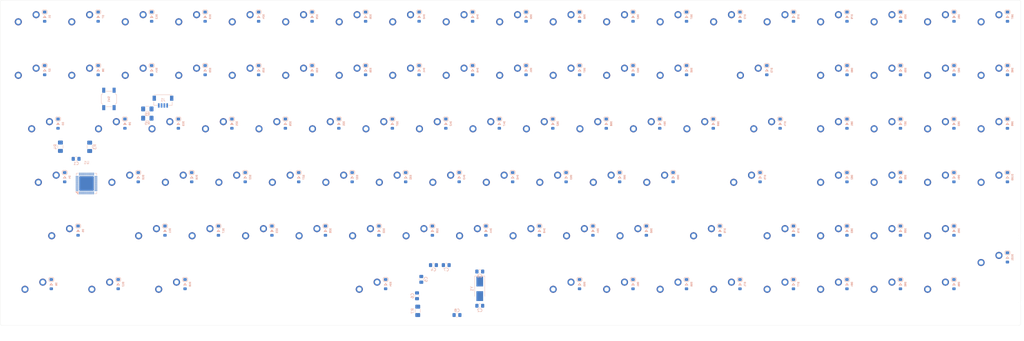
<source format=kicad_pcb>
(kicad_pcb (version 20200119) (host pcbnew "(5.99.0-1278-g350696ecd)")
  (layers (0 "F.Cu" signal) (31 "B.Cu" signal) (34 "B.Paste" user) (35 "F.Paste" user) (36 "B.SilkS" user) (37 "F.SilkS" user) (38 "B.Mask" user) (39 "F.Mask" user) (44 "Edge.Cuts" user))
  (net 0 "")
  (net 1 "row0")
  (net 2 "Net-(D1-Pad2)")
  (net 3 "row1")
  (net 4 "Net-(D2-Pad2)")
  (net 5 "row2")
  (net 6 "Net-(D3-Pad2)")
  (net 7 "row3")
  (net 8 "Net-(D4-Pad2)")
  (net 9 "row4")
  (net 10 "Net-(D5-Pad2)")
  (net 11 "row5")
  (net 12 "Net-(D6-Pad2)")
  (net 13 "Net-(D7-Pad2)")
  (net 14 "Net-(D8-Pad2)")
  (net 15 "Net-(D9-Pad2)")
  (net 16 "Net-(D10-Pad2)")
  (net 17 "Net-(D11-Pad2)")
  (net 18 "Net-(D12-Pad2)")
  (net 19 "Net-(D13-Pad2)")
  (net 20 "Net-(D14-Pad2)")
  (net 21 "Net-(D15-Pad2)")
  (net 22 "Net-(D16-Pad2)")
  (net 23 "Net-(D17-Pad2)")
  (net 24 "Net-(D18-Pad2)")
  (net 25 "Net-(D19-Pad2)")
  (net 26 "Net-(D20-Pad2)")
  (net 27 "Net-(D21-Pad2)")
  (net 28 "Net-(D22-Pad2)")
  (net 29 "Net-(D23-Pad2)")
  (net 30 "Net-(D24-Pad2)")
  (net 31 "Net-(D25-Pad2)")
  (net 32 "Net-(D26-Pad2)")
  (net 33 "Net-(D27-Pad2)")
  (net 34 "Net-(D28-Pad2)")
  (net 35 "Net-(D29-Pad2)")
  (net 36 "Net-(D30-Pad2)")
  (net 37 "Net-(D31-Pad2)")
  (net 38 "Net-(D32-Pad2)")
  (net 39 "Net-(D33-Pad2)")
  (net 40 "Net-(D34-Pad2)")
  (net 41 "Net-(D35-Pad2)")
  (net 42 "Net-(D36-Pad2)")
  (net 43 "Net-(D37-Pad2)")
  (net 44 "Net-(D38-Pad2)")
  (net 45 "Net-(D39-Pad2)")
  (net 46 "Net-(D40-Pad2)")
  (net 47 "Net-(D41-Pad2)")
  (net 48 "Net-(D42-Pad2)")
  (net 49 "Net-(D43-Pad2)")
  (net 50 "Net-(D44-Pad2)")
  (net 51 "Net-(D45-Pad2)")
  (net 52 "Net-(D46-Pad2)")
  (net 53 "Net-(D47-Pad2)")
  (net 54 "Net-(D48-Pad2)")
  (net 55 "Net-(D49-Pad2)")
  (net 56 "Net-(D50-Pad2)")
  (net 57 "Net-(D51-Pad2)")
  (net 58 "Net-(D52-Pad2)")
  (net 59 "Net-(D53-Pad2)")
  (net 60 "Net-(D54-Pad2)")
  (net 61 "Net-(D55-Pad2)")
  (net 62 "Net-(D56-Pad2)")
  (net 63 "Net-(D57-Pad2)")
  (net 64 "Net-(D58-Pad2)")
  (net 65 "Net-(D59-Pad2)")
  (net 66 "Net-(D60-Pad2)")
  (net 67 "Net-(D61-Pad2)")
  (net 68 "Net-(D62-Pad2)")
  (net 69 "Net-(D63-Pad2)")
  (net 70 "Net-(D64-Pad2)")
  (net 71 "Net-(D65-Pad2)")
  (net 72 "Net-(D66-Pad2)")
  (net 73 "Net-(D67-Pad2)")
  (net 74 "Net-(D68-Pad2)")
  (net 75 "Net-(D69-Pad2)")
  (net 76 "Net-(D70-Pad2)")
  (net 77 "Net-(D71-Pad2)")
  (net 78 "Net-(D72-Pad2)")
  (net 79 "Net-(D73-Pad2)")
  (net 80 "Net-(D74-Pad2)")
  (net 81 "Net-(D75-Pad2)")
  (net 82 "Net-(D76-Pad2)")
  (net 83 "Net-(D77-Pad2)")
  (net 84 "Net-(D78-Pad2)")
  (net 85 "Net-(D79-Pad2)")
  (net 86 "Net-(D80-Pad2)")
  (net 87 "Net-(D81-Pad2)")
  (net 88 "Net-(D82-Pad2)")
  (net 89 "Net-(D83-Pad2)")
  (net 90 "Net-(D84-Pad2)")
  (net 91 "Net-(D85-Pad2)")
  (net 92 "Net-(D86-Pad2)")
  (net 93 "Net-(D87-Pad2)")
  (net 94 "Net-(D88-Pad2)")
  (net 95 "Net-(D89-Pad2)")
  (net 96 "Net-(D90-Pad2)")
  (net 97 "Net-(D91-Pad2)")
  (net 98 "Net-(D92-Pad2)")
  (net 99 "Net-(D93-Pad2)")
  (net 100 "Net-(D94-Pad2)")
  (net 101 "Net-(D95-Pad2)")
  (net 102 "Net-(D96-Pad2)")
  (net 103 "Net-(D97-Pad2)")
  (net 104 "Net-(D98-Pad2)")
  (net 105 "Net-(D99-Pad2)")
  (net 106 "Net-(D100-Pad2)")
  (net 107 "Net-(D101-Pad2)")
  (net 108 "col0")
  (net 109 "col1")
  (net 110 "col2")
  (net 111 "col3")
  (net 112 "col4")
  (net 113 "col5")
  (net 114 "col6")
  (net 115 "col7")
  (net 116 "col8")
  (net 117 "col9")
  (net 118 "col10")
  (net 119 "col11")
  (net 120 "col12")
  (net 121 "col13")
  (net 122 "col14")
  (net 123 "col15")
  (net 124 "col16")
  (net 125 "col17")
  (net 126 "col18")
  (net 127 "GND")
  (net 128 "RESET")
  (net 129 "Net-(C2-Pad2)")
  (net 130 "Net-(C3-Pad2)")
  (net 131 "Net-(C4-Pad2)")
  (net 132 "+5V")
  (net 133 "D-")
  (net 134 "D+")
  (net 135 "VCC")
  (net 136 "Net-(R3-Pad2)")
  (net 137 "Net-(R5-Pad1)")
  (net 138 "Net-(R6-Pad1)")
  (net 139 "Net-(R7-Pad2)")
  (net 140 "Net-(U1-Pad42)")
  (net 141 "Net-(U1-Pad41)")
  (net 142 "Net-(U1-Pad40)")
  (net 143 "Net-(U1-Pad39)")
  (net 144 "Net-(U1-Pad38)")
  (net 145 "Net-(U1-Pad37)")
  (net 146 "Net-(U1-Pad36)")
  (net 147 "Net-(U1-Pad32)")
  (net 148 "Net-(U1-Pad31)")
  (net 149 "Net-(U1-Pad30)")
  (net 150 "Net-(U1-Pad29)")
  (net 151 "Net-(U1-Pad28)")
  (net 152 "Net-(U1-Pad27)")
  (net 153 "Net-(U1-Pad26)")
  (net 154 "Net-(U1-Pad25)")
  (net 155 "Net-(U1-Pad22)")
  (net 156 "Net-(U1-Pad21)")
  (net 157 "Net-(U1-Pad20)")
  (net 158 "Net-(U1-Pad19)")
  (net 159 "Net-(U1-Pad18)")
  (net 160 "Net-(U1-Pad12)")
  (net 161 "Net-(U1-Pad11)")
  (net 162 "Net-(U1-Pad10)")
  (net 163 "Net-(U1-Pad9)")
  (net 164 "Net-(U1-Pad8)")
  (net 165 "Net-(U1-Pad1)")
  (module "acheronLibrary Components:QFN-44-1EP_7x7mm_P0.5mm_EP5.2x5.2mm" (layer "B.Cu") (at 45.862 80.406)
    (fp_text reference "U1" (at 0 -7.45 180) (layer "B.SilkS") (effects (justify mirror)))
    (fp_text value "ATmega32U4-AU")
    (pad "44" smd trapezoid (at -2.5 3.3375) (size 0.25 1.075) (layers "B.Cu" "B.Paste" "B.Mask") (net 132 "+5V"))
    (pad "43" smd trapezoid (at -2 3.3375) (size 0.25 1.075) (layers "B.Cu" "B.Paste" "B.Mask") (net 127 "GND"))
    (pad "42" smd trapezoid (at -1.5 3.3375) (size 0.25 1.075) (layers "B.Cu" "B.Paste" "B.Mask") (net 140 "Net-(U1-Pad42)"))
    (pad "41" smd trapezoid (at -1 3.3375) (size 0.25 1.075) (layers "B.Cu" "B.Paste" "B.Mask") (net 141 "Net-(U1-Pad41)"))
    (pad "40" smd trapezoid (at -0.5 3.3375) (size 0.25 1.075) (layers "B.Cu" "B.Paste" "B.Mask") (net 142 "Net-(U1-Pad40)"))
    (pad "39" smd trapezoid (at 0 3.3375) (size 0.25 1.075) (layers "B.Cu" "B.Paste" "B.Mask") (net 143 "Net-(U1-Pad39)"))
    (pad "38" smd trapezoid (at 0.5 3.3375) (size 0.25 1.075) (layers "B.Cu" "B.Paste" "B.Mask") (net 144 "Net-(U1-Pad38)"))
    (pad "37" smd trapezoid (at 1 3.3375) (size 0.25 1.075) (layers "B.Cu" "B.Paste" "B.Mask") (net 145 "Net-(U1-Pad37)"))
    (pad "36" smd trapezoid (at 1.5 3.3375) (size 0.25 1.075) (layers "B.Cu" "B.Paste" "B.Mask") (net 146 "Net-(U1-Pad36)"))
    (pad "35" smd trapezoid (at 2 3.3375) (size 0.25 1.075) (layers "B.Cu" "B.Paste" "B.Mask") (net 127 "GND"))
    (pad "34" smd trapezoid (at 2.5 3.3375) (size 0.25 1.075) (layers "B.Cu" "B.Paste" "B.Mask") (net 132 "+5V"))
    (pad "33" smd trapezoid (at 3.3375 2.5) (size 1.075 0.25) (layers "B.Cu" "B.Paste" "B.Mask") (net 139 "Net-(R7-Pad2)"))
    (pad "32" smd trapezoid (at 3.3375 2) (size 1.075 0.25) (layers "B.Cu" "B.Paste" "B.Mask") (net 147 "Net-(U1-Pad32)"))
    (pad "31" smd trapezoid (at 3.3375 1.5) (size 1.075 0.25) (layers "B.Cu" "B.Paste" "B.Mask") (net 148 "Net-(U1-Pad31)"))
    (pad "30" smd trapezoid (at 3.3375 1) (size 1.075 0.25) (layers "B.Cu" "B.Paste" "B.Mask") (net 149 "Net-(U1-Pad30)"))
    (pad "29" smd trapezoid (at 3.3375 0.5) (size 1.075 0.25) (layers "B.Cu" "B.Paste" "B.Mask") (net 150 "Net-(U1-Pad29)"))
    (pad "28" smd trapezoid (at 3.3375 0) (size 1.075 0.25) (layers "B.Cu" "B.Paste" "B.Mask") (net 151 "Net-(U1-Pad28)"))
    (pad "27" smd trapezoid (at 3.3375 -0.5) (size 1.075 0.25) (layers "B.Cu" "B.Paste" "B.Mask") (net 152 "Net-(U1-Pad27)"))
    (pad "26" smd trapezoid (at 3.3375 -1) (size 1.075 0.25) (layers "B.Cu" "B.Paste" "B.Mask") (net 153 "Net-(U1-Pad26)"))
    (pad "25" smd trapezoid (at 3.3375 -1.5) (size 1.075 0.25) (layers "B.Cu" "B.Paste" "B.Mask") (net 154 "Net-(U1-Pad25)"))
    (pad "24" smd trapezoid (at 3.3375 -2) (size 1.075 0.25) (layers "B.Cu" "B.Paste" "B.Mask") (net 132 "+5V"))
    (pad "23" smd trapezoid (at 3.3375 -2.5) (size 1.075 0.25) (layers "B.Cu" "B.Paste" "B.Mask") (net 127 "GND"))
    (pad "22" smd trapezoid (at 2.5 -3.3375) (size 0.25 1.075) (layers "B.Cu" "B.Paste" "B.Mask") (net 155 "Net-(U1-Pad22)"))
    (pad "21" smd trapezoid (at 2 -3.3375) (size 0.25 1.075) (layers "B.Cu" "B.Paste" "B.Mask") (net 156 "Net-(U1-Pad21)"))
    (pad "20" smd trapezoid (at 1.5 -3.3375) (size 0.25 1.075) (layers "B.Cu" "B.Paste" "B.Mask") (net 157 "Net-(U1-Pad20)"))
    (pad "19" smd trapezoid (at 1 -3.3375) (size 0.25 1.075) (layers "B.Cu" "B.Paste" "B.Mask") (net 158 "Net-(U1-Pad19)"))
    (pad "18" smd trapezoid (at 0.5 -3.3375) (size 0.25 1.075) (layers "B.Cu" "B.Paste" "B.Mask") (net 159 "Net-(U1-Pad18)"))
    (pad "17" smd trapezoid (at 0 -3.3375) (size 0.25 1.075) (layers "B.Cu" "B.Paste" "B.Mask") (net 129 "Net-(C2-Pad2)"))
    (pad "16" smd trapezoid (at -0.5 -3.3375) (size 0.25 1.075) (layers "B.Cu" "B.Paste" "B.Mask") (net 130 "Net-(C3-Pad2)"))
    (pad "15" smd trapezoid (at -1 -3.3375) (size 0.25 1.075) (layers "B.Cu" "B.Paste" "B.Mask") (net 127 "GND"))
    (pad "14" smd trapezoid (at -1.5 -3.3375) (size 0.25 1.075) (layers "B.Cu" "B.Paste" "B.Mask") (net 132 "+5V"))
    (pad "13" smd trapezoid (at -2 -3.3375) (size 0.25 1.075) (layers "B.Cu" "B.Paste" "B.Mask") (net 128 "RESET"))
    (pad "12" smd trapezoid (at -2.5 -3.3375) (size 0.25 1.075) (layers "B.Cu" "B.Paste" "B.Mask") (net 160 "Net-(U1-Pad12)"))
    (pad "11" smd trapezoid (at -3.3375 -2.5) (size 1.075 0.25) (layers "B.Cu" "B.Paste" "B.Mask") (net 161 "Net-(U1-Pad11)"))
    (pad "10" smd trapezoid (at -3.3375 -2) (size 1.075 0.25) (layers "B.Cu" "B.Paste" "B.Mask") (net 162 "Net-(U1-Pad10)"))
    (pad "9" smd trapezoid (at -3.3375 -1.5) (size 1.075 0.25) (layers "B.Cu" "B.Paste" "B.Mask") (net 163 "Net-(U1-Pad9)"))
    (pad "8" smd trapezoid (at -3.3375 -1) (size 1.075 0.25) (layers "B.Cu" "B.Paste" "B.Mask") (net 164 "Net-(U1-Pad8)"))
    (pad "7" smd trapezoid (at -3.3375 -0.5) (size 1.075 0.25) (layers "B.Cu" "B.Paste" "B.Mask") (net 132 "+5V"))
    (pad "6" smd trapezoid (at -3.3375 0) (size 1.075 0.25) (layers "B.Cu" "B.Paste" "B.Mask") (net 131 "Net-(C4-Pad2)"))
    (pad "5" smd trapezoid (at -3.3375 0.5) (size 1.075 0.25) (layers "B.Cu" "B.Paste" "B.Mask") (net 127 "GND"))
    (pad "4" smd trapezoid (at -3.3375 1) (size 1.075 0.25) (layers "B.Cu" "B.Paste" "B.Mask") (net 137 "Net-(R5-Pad1)"))
    (pad "3" smd trapezoid (at -3.3375 1.5) (size 1.075 0.25) (layers "B.Cu" "B.Paste" "B.Mask") (net 138 "Net-(R6-Pad1)"))
    (pad "2" smd trapezoid (at -3.3375 2) (size 1.075 0.25) (layers "B.Cu" "B.Paste" "B.Mask") (net 132 "+5V"))
    (pad "1" smd roundrect (at -3.3375 2.5) (size 1.075 0.25) (layers "B.Cu" "B.Paste" "B.Mask") (roundrect_rratio 0.5) (net 165 "Net-(U1-Pad1)"))
    (pad "45" smd roundrect (at 0 0) (size 5.2 5.2) (layers "B.Cu" "B.Mask") (roundrect_rratio 0.048077))
  )
  (module "Crystal:Crystal_SMD_5032-2Pin_5.0x3.2mm_HandSoldering" (layer "B.Cu") (at 185.919 117.916 -90)
    (fp_text reference "Y1" (at 0 2.8 90) (layer "B.SilkS") (effects (justify mirror)))
    (fp_text value "16MHz")
    (pad "2" smd rect (at 2.6 0 270) (size 3.5 2.4) (layers "B.Cu" "B.Paste" "B.Mask") (net 129 "Net-(C2-Pad2)"))
    (pad "1" smd rect (at -2.6 0 270) (size 3.5 2.4) (layers "B.Cu" "B.Paste" "B.Mask") (net 130 "Net-(C3-Pad2)"))
  )
  (module "acheronLibrary Hardware:K2-1187SQ-A4SW-06" (layer "B.Cu") (at 53.848 50.292 -90)
    (fp_text reference "SW1" (at 0.1 0 -90) (layer "B.SilkS") (effects (font (size 0.7 0.7)) (justify mirror)))
    (fp_text value "SW_Push")
    (pad "1" smd rect (at -3.1 1.85 270) (size 1.8 1.1) (layers "B.Cu" "B.Paste" "B.Mask") (net 128 "RESET"))
    (pad "1" smd rect (at 3.1 1.85 270) (size 1.8 1.1) (layers "B.Cu" "B.Paste" "B.Mask") (net 128 "RESET"))
    (pad "2" smd rect (at -3.1 -1.85 270) (size 1.8 1.1) (layers "B.Cu" "B.Paste" "B.Mask") (net 136 "Net-(R3-Pad2)"))
    (pad "2" smd rect (at 3.1 -1.85 270) (size 1.8 1.1) (layers "B.Cu" "B.Paste" "B.Mask") (net 136 "Net-(R3-Pad2)"))
  )
  (module "Capacitor_SMD:C_1206_3216Metric_Pad1.42x1.75mm_HandSolder" (layer "B.Cu") (at 163.83 125.7665 -90)
    (fp_text reference "R7" (at 0 1.82 90) (layer "B.SilkS") (effects (justify mirror)))
    (fp_text value "10k")
    (pad "2" smd roundrect (at 1.4875 0 270) (size 1.425 1.75) (layers "B.Cu" "B.Paste" "B.Mask") (roundrect_rratio 0.175439) (net 139 "Net-(R7-Pad2)"))
    (pad "1" smd roundrect (at -1.4875 0 270) (size 1.425 1.75) (layers "B.Cu" "B.Paste" "B.Mask") (roundrect_rratio 0.175439) (net 127 "GND"))
  )
  (module "Capacitor_SMD:C_1206_3216Metric_Pad1.42x1.75mm_HandSolder" (layer "B.Cu") (at 67.527501 53.848)
    (fp_text reference "R6" (at 0 1.82) (layer "B.SilkS") (effects (justify mirror)))
    (fp_text value "22")
    (pad "2" smd roundrect (at 1.4875 0) (size 1.425 1.75) (layers "B.Cu" "B.Paste" "B.Mask") (roundrect_rratio 0.175439) (net 133 "D-"))
    (pad "1" smd roundrect (at -1.4875 0) (size 1.425 1.75) (layers "B.Cu" "B.Paste" "B.Mask") (roundrect_rratio 0.175439) (net 138 "Net-(R6-Pad1)"))
  )
  (module "Capacitor_SMD:C_1206_3216Metric_Pad1.42x1.75mm_HandSolder" (layer "B.Cu") (at 67.5275 57.15)
    (fp_text reference "R5" (at 0 1.82) (layer "B.SilkS") (effects (justify mirror)))
    (fp_text value "22")
    (pad "2" smd roundrect (at 1.4875 0) (size 1.425 1.75) (layers "B.Cu" "B.Paste" "B.Mask") (roundrect_rratio 0.175439) (net 134 "D+"))
    (pad "1" smd roundrect (at -1.4875 0) (size 1.425 1.75) (layers "B.Cu" "B.Paste" "B.Mask") (roundrect_rratio 0.175439) (net 137 "Net-(R5-Pad1)"))
  )
  (module "Capacitor_SMD:C_1206_3216Metric_Pad1.42x1.75mm_HandSolder" (layer "B.Cu") (at 36.576001 67.31 -90)
    (fp_text reference "R4" (at 0 1.82 90) (layer "B.SilkS") (effects (justify mirror)))
    (fp_text value "10k")
    (pad "2" smd roundrect (at 1.4875 0 270) (size 1.425 1.75) (layers "B.Cu" "B.Paste" "B.Mask") (roundrect_rratio 0.175439) (net 132 "+5V"))
    (pad "1" smd roundrect (at -1.4875 0 270) (size 1.425 1.75) (layers "B.Cu" "B.Paste" "B.Mask") (roundrect_rratio 0.175439) (net 128 "RESET"))
  )
  (module "Capacitor_SMD:C_1206_3216Metric_Pad1.42x1.75mm_HandSolder" (layer "B.Cu") (at 46.990001 67.3465 90)
    (fp_text reference "R3" (at 0 1.82 90) (layer "B.SilkS") (effects (justify mirror)))
    (fp_text value "330")
    (pad "2" smd roundrect (at 1.4875 0 90) (size 1.425 1.75) (layers "B.Cu" "B.Paste" "B.Mask") (roundrect_rratio 0.175439) (net 136 "Net-(R3-Pad2)"))
    (pad "1" smd roundrect (at -1.4875 0 90) (size 1.425 1.75) (layers "B.Cu" "B.Paste" "B.Mask") (roundrect_rratio 0.175439) (net 127 "GND"))
  )
  (module "acheronLibrary Connectors:SM04B-SRSS" (layer "B.Cu") (at 73.1 51.838)
    (fp_text reference "J1" (at 0 -1.24 180) (layer "B.SilkS") (effects (justify mirror)))
    (fp_text value "SM04B_SRSS")
    (pad "6" smd rect (at 3.1 -1.8) (size 1.2 1.8) (layers "B.Cu" "B.Paste" "B.Mask"))
    (pad "5" smd rect (at -3.1 -1.8) (size 1.2 1.8) (layers "B.Cu" "B.Paste" "B.Mask"))
    (pad "4" smd rect (at 1.5 0.775) (size 0.6 1.55) (layers "B.Cu" "B.Paste" "B.Mask") (net 127 "GND"))
    (pad "1" smd rect (at -1.5 0.775) (size 0.6 1.55) (layers "B.Cu" "B.Paste" "B.Mask") (net 135 "VCC"))
    (pad "2" smd rect (at -0.5 0.775) (size 0.6 1.55) (layers "B.Cu" "B.Paste" "B.Mask") (net 133 "D-"))
    (pad "3" smd rect (at 0.5 0.775) (size 0.6 1.55) (layers "B.Cu" "B.Paste" "B.Mask") (net 134 "D+"))
  )
  (module "Capacitor_SMD:C_0805_2012Metric_Pad1.15x1.40mm_HandSolder" (layer "B.Cu") (at 177.808999 127.254 180)
    (fp_text reference "C8" (at 0 1.65) (layer "B.SilkS") (effects (justify mirror)))
    (fp_text value "0.1uF")
    (pad "2" smd roundrect (at 1.025 0 180) (size 1.15 1.4) (layers "B.Cu" "B.Paste" "B.Mask") (roundrect_rratio 0.217391) (net 132 "+5V"))
    (pad "1" smd roundrect (at -1.025 0 180) (size 1.15 1.4) (layers "B.Cu" "B.Paste" "B.Mask") (roundrect_rratio 0.217391) (net 127 "GND"))
  )
  (module "Capacitor_SMD:C_0805_2012Metric_Pad1.15x1.40mm_HandSolder" (layer "B.Cu") (at 173.981001 109.474)
    (fp_text reference "C7" (at 0 1.65) (layer "B.SilkS") (effects (justify mirror)))
    (fp_text value "0.1uF")
    (pad "2" smd roundrect (at 1.025 0) (size 1.15 1.4) (layers "B.Cu" "B.Paste" "B.Mask") (roundrect_rratio 0.217391) (net 132 "+5V"))
    (pad "1" smd roundrect (at -1.025 0) (size 1.15 1.4) (layers "B.Cu" "B.Paste" "B.Mask") (roundrect_rratio 0.217391) (net 127 "GND"))
  )
  (module "Capacitor_SMD:C_0805_2012Metric_Pad1.15x1.40mm_HandSolder" (layer "B.Cu") (at 163.576 120.404999 -90)
    (fp_text reference "C6" (at 0 1.65 90) (layer "B.SilkS") (effects (justify mirror)))
    (fp_text value "1uF")
    (pad "2" smd roundrect (at 1.025 0 270) (size 1.15 1.4) (layers "B.Cu" "B.Paste" "B.Mask") (roundrect_rratio 0.217391) (net 132 "+5V"))
    (pad "1" smd roundrect (at -1.025 0 270) (size 1.15 1.4) (layers "B.Cu" "B.Paste" "B.Mask") (roundrect_rratio 0.217391) (net 127 "GND"))
  )
  (module "Capacitor_SMD:C_0805_2012Metric_Pad1.15x1.40mm_HandSolder" (layer "B.Cu") (at 165.1 114.545001 90)
    (fp_text reference "C5" (at 0 1.65 90) (layer "B.SilkS") (effects (justify mirror)))
    (fp_text value "10uF")
    (pad "2" smd roundrect (at 1.025 0 90) (size 1.15 1.4) (layers "B.Cu" "B.Paste" "B.Mask") (roundrect_rratio 0.217391) (net 132 "+5V"))
    (pad "1" smd roundrect (at -1.025 0 90) (size 1.15 1.4) (layers "B.Cu" "B.Paste" "B.Mask") (roundrect_rratio 0.217391) (net 127 "GND"))
  )
  (module "Capacitor_SMD:C_0805_2012Metric_Pad1.15x1.40mm_HandSolder" (layer "B.Cu") (at 169.427 109.474)
    (fp_text reference "C4" (at 0 1.65) (layer "B.SilkS") (effects (justify mirror)))
    (fp_text value "1uF")
    (pad "1" smd roundrect (at -1.025 0) (size 1.15 1.4) (layers "B.Cu" "B.Paste" "B.Mask") (roundrect_rratio 0.217391) (net 127 "GND"))
    (pad "2" smd roundrect (at 1.025 0) (size 1.15 1.4) (layers "B.Cu" "B.Paste" "B.Mask") (roundrect_rratio 0.217391) (net 131 "Net-(C4-Pad2)"))
  )
  (module "Capacitor_SMD:C_0805_2012Metric_Pad1.15x1.40mm_HandSolder" (layer "B.Cu") (at 185.928 111.76)
    (fp_text reference "C3" (at 0 1.65) (layer "B.SilkS") (effects (justify mirror)))
    (fp_text value "22pF")
    (pad "2" smd roundrect (at 1.025 0) (size 1.15 1.4) (layers "B.Cu" "B.Paste" "B.Mask") (roundrect_rratio 0.217391) (net 130 "Net-(C3-Pad2)"))
    (pad "1" smd roundrect (at -1.025 0) (size 1.15 1.4) (layers "B.Cu" "B.Paste" "B.Mask") (roundrect_rratio 0.217391) (net 127 "GND"))
  )
  (module "Capacitor_SMD:C_0805_2012Metric_Pad1.15x1.40mm_HandSolder" (layer "B.Cu") (at 185.928 123.952)
    (fp_text reference "C2" (at 0 1.65) (layer "B.SilkS") (effects (justify mirror)))
    (fp_text value "22pF")
    (pad "2" smd roundrect (at 1.025 0) (size 1.15 1.4) (layers "B.Cu" "B.Paste" "B.Mask") (roundrect_rratio 0.217391) (net 129 "Net-(C2-Pad2)"))
    (pad "1" smd roundrect (at -1.025 0) (size 1.15 1.4) (layers "B.Cu" "B.Paste" "B.Mask") (roundrect_rratio 0.217391) (net 127 "GND"))
  )
  (module "Capacitor_SMD:C_0805_2012Metric_Pad1.15x1.40mm_HandSolder" (layer "B.Cu") (at 42.164 71.628)
    (fp_text reference "C1" (at 0 1.65) (layer "B.SilkS") (effects (justify mirror)))
    (fp_text value "100nF")
    (pad "1" smd roundrect (at -1.025 0) (size 1.15 1.4) (layers "B.Cu" "B.Paste" "B.Mask") (roundrect_rratio 0.217391) (net 128 "RESET"))
    (pad "2" smd roundrect (at 1.025 0) (size 1.15 1.4) (layers "B.Cu" "B.Paste" "B.Mask") (roundrect_rratio 0.217391) (net 127 "GND"))
  )
  (module "acheronLibrary MX:MX200V" (layer "B.Cu") (at 368.28125 111.09625 180)
    (fp_text reference "K101")
    (fp_text value "P_Enter_200v")
    (pad "" np_thru_hole circle (at -8.255 11.938 270) (size 3.9878 3.9878) (drill 3.9878) (layers *.Cu *.Mask))
    (pad "" np_thru_hole circle (at -8.255 -11.938 270) (size 3.9878 3.9878) (drill 3.9878) (layers *.Cu *.Mask))
    (pad "" np_thru_hole circle (at 6.985 -11.938 270) (size 3.048 3.048) (drill 3.048) (layers *.Cu *.Mask))
    (pad "" np_thru_hole circle (at 6.985 11.938 270) (size 3.048 3.048) (drill 3.048) (layers *.Cu *.Mask))
    (pad "" np_thru_hole circle (at -5.08 0 180) (size 1.7018 1.7018) (drill 1.7018) (layers *.Cu *.Mask))
    (pad "" np_thru_hole circle (at 5.08 0 180) (size 1.7018 1.7018) (drill 1.7018) (layers *.Cu *.Mask))
    (pad "1" thru_hole circle (at -2.54 5.08 180) (size 2.54 2.54) (drill 1.524) (layers *.Cu *.Mask) (net 107 "Net-(D101-Pad2)"))
    (pad "2" thru_hole circle (at 3.81 2.54 180) (size 2.54 2.54) (drill 1.524) (layers *.Cu *.Mask) (net 126 "col18"))
    (pad "" np_thru_hole circle (at 0 0 180) (size 3.9878 3.9878) (drill 3.9878) (layers *.Cu *.Mask))
  )
  (module "acheronLibrary MX:MX100" (layer "B.Cu") (at 368.28125 82.52125 180)
    (fp_text reference "K100")
    (fp_text value "P_+")
    (pad "" np_thru_hole circle (at 0 0 180) (size 3.9878 3.9878) (drill 3.9878) (layers *.Cu *.Mask))
    (pad "" np_thru_hole circle (at 5.08 0 180) (size 1.7018 1.7018) (drill 1.7018) (layers *.Cu *.Mask))
    (pad "" np_thru_hole circle (at -5.08 0 180) (size 1.7018 1.7018) (drill 1.7018) (layers *.Cu *.Mask))
    (pad "1" thru_hole circle (at -2.54 5.08 180) (size 2.54 2.54) (drill 1.525) (layers *.Cu *.Mask) (net 106 "Net-(D100-Pad2)"))
    (pad "2" thru_hole circle (at 3.81 2.54 90) (size 2.54 2.54) (drill 1.525) (layers *.Cu *.Mask) (net 126 "col18"))
  )
  (module "acheronLibrary MX:MX100" (layer "B.Cu") (at 368.28125 63.47125 180)
    (fp_text reference "K99")
    (fp_text value "P_-")
    (pad "" np_thru_hole circle (at 0 0 180) (size 3.9878 3.9878) (drill 3.9878) (layers *.Cu *.Mask))
    (pad "" np_thru_hole circle (at 5.08 0 180) (size 1.7018 1.7018) (drill 1.7018) (layers *.Cu *.Mask))
    (pad "" np_thru_hole circle (at -5.08 0 180) (size 1.7018 1.7018) (drill 1.7018) (layers *.Cu *.Mask))
    (pad "1" thru_hole circle (at -2.54 5.08 180) (size 2.54 2.54) (drill 1.525) (layers *.Cu *.Mask) (net 105 "Net-(D99-Pad2)"))
    (pad "2" thru_hole circle (at 3.81 2.54 90) (size 2.54 2.54) (drill 1.525) (layers *.Cu *.Mask) (net 126 "col18"))
  )
  (module "acheronLibrary MX:MX100" (layer "B.Cu") (at 368.28125 44.42125 180)
    (fp_text reference "K98")
    (fp_text value "Page_Down")
    (pad "" np_thru_hole circle (at 0 0 180) (size 3.9878 3.9878) (drill 3.9878) (layers *.Cu *.Mask))
    (pad "" np_thru_hole circle (at 5.08 0 180) (size 1.7018 1.7018) (drill 1.7018) (layers *.Cu *.Mask))
    (pad "" np_thru_hole circle (at -5.08 0 180) (size 1.7018 1.7018) (drill 1.7018) (layers *.Cu *.Mask))
    (pad "1" thru_hole circle (at -2.54 5.08 180) (size 2.54 2.54) (drill 1.525) (layers *.Cu *.Mask) (net 104 "Net-(D98-Pad2)"))
    (pad "2" thru_hole circle (at 3.81 2.54 90) (size 2.54 2.54) (drill 1.525) (layers *.Cu *.Mask) (net 126 "col18"))
  )
  (module "acheronLibrary MX:MX100" (layer "B.Cu") (at 368.28125 25.37125 180)
    (fp_text reference "K97")
    (fp_text value "Page_Up")
    (pad "" np_thru_hole circle (at 0 0 180) (size 3.9878 3.9878) (drill 3.9878) (layers *.Cu *.Mask))
    (pad "" np_thru_hole circle (at 5.08 0 180) (size 1.7018 1.7018) (drill 1.7018) (layers *.Cu *.Mask))
    (pad "" np_thru_hole circle (at -5.08 0 180) (size 1.7018 1.7018) (drill 1.7018) (layers *.Cu *.Mask))
    (pad "1" thru_hole circle (at -2.54 5.08 180) (size 2.54 2.54) (drill 1.525) (layers *.Cu *.Mask) (net 103 "Net-(D97-Pad2)"))
    (pad "2" thru_hole circle (at 3.81 2.54 90) (size 2.54 2.54) (drill 1.525) (layers *.Cu *.Mask) (net 126 "col18"))
  )
  (module "acheronLibrary MX:MX100" (layer "B.Cu") (at 349.23125 120.62125 180)
    (fp_text reference "K96")
    (fp_text value "P_.")
    (pad "" np_thru_hole circle (at 0 0 180) (size 3.9878 3.9878) (drill 3.9878) (layers *.Cu *.Mask))
    (pad "" np_thru_hole circle (at 5.08 0 180) (size 1.7018 1.7018) (drill 1.7018) (layers *.Cu *.Mask))
    (pad "" np_thru_hole circle (at -5.08 0 180) (size 1.7018 1.7018) (drill 1.7018) (layers *.Cu *.Mask))
    (pad "1" thru_hole circle (at -2.54 5.08 180) (size 2.54 2.54) (drill 1.525) (layers *.Cu *.Mask) (net 102 "Net-(D96-Pad2)"))
    (pad "2" thru_hole circle (at 3.81 2.54 90) (size 2.54 2.54) (drill 1.525) (layers *.Cu *.Mask) (net 125 "col17"))
  )
  (module "acheronLibrary MX:MX100" (layer "B.Cu") (at 349.23125 101.57125 180)
    (fp_text reference "K95")
    (fp_text value "P_3")
    (pad "" np_thru_hole circle (at 0 0 180) (size 3.9878 3.9878) (drill 3.9878) (layers *.Cu *.Mask))
    (pad "" np_thru_hole circle (at 5.08 0 180) (size 1.7018 1.7018) (drill 1.7018) (layers *.Cu *.Mask))
    (pad "" np_thru_hole circle (at -5.08 0 180) (size 1.7018 1.7018) (drill 1.7018) (layers *.Cu *.Mask))
    (pad "1" thru_hole circle (at -2.54 5.08 180) (size 2.54 2.54) (drill 1.525) (layers *.Cu *.Mask) (net 101 "Net-(D95-Pad2)"))
    (pad "2" thru_hole circle (at 3.81 2.54 90) (size 2.54 2.54) (drill 1.525) (layers *.Cu *.Mask) (net 125 "col17"))
  )
  (module "acheronLibrary MX:MX100" (layer "B.Cu") (at 349.23125 82.52125 180)
    (fp_text reference "K94")
    (fp_text value "P_6")
    (pad "" np_thru_hole circle (at 0 0 180) (size 3.9878 3.9878) (drill 3.9878) (layers *.Cu *.Mask))
    (pad "" np_thru_hole circle (at 5.08 0 180) (size 1.7018 1.7018) (drill 1.7018) (layers *.Cu *.Mask))
    (pad "" np_thru_hole circle (at -5.08 0 180) (size 1.7018 1.7018) (drill 1.7018) (layers *.Cu *.Mask))
    (pad "1" thru_hole circle (at -2.54 5.08 180) (size 2.54 2.54) (drill 1.525) (layers *.Cu *.Mask) (net 100 "Net-(D94-Pad2)"))
    (pad "2" thru_hole circle (at 3.81 2.54 90) (size 2.54 2.54) (drill 1.525) (layers *.Cu *.Mask) (net 125 "col17"))
  )
  (module "acheronLibrary MX:MX100" (layer "B.Cu") (at 349.23125 63.47125 180)
    (fp_text reference "K93")
    (fp_text value "P_9")
    (pad "" np_thru_hole circle (at 0 0 180) (size 3.9878 3.9878) (drill 3.9878) (layers *.Cu *.Mask))
    (pad "" np_thru_hole circle (at 5.08 0 180) (size 1.7018 1.7018) (drill 1.7018) (layers *.Cu *.Mask))
    (pad "" np_thru_hole circle (at -5.08 0 180) (size 1.7018 1.7018) (drill 1.7018) (layers *.Cu *.Mask))
    (pad "1" thru_hole circle (at -2.54 5.08 180) (size 2.54 2.54) (drill 1.525) (layers *.Cu *.Mask) (net 99 "Net-(D93-Pad2)"))
    (pad "2" thru_hole circle (at 3.81 2.54 90) (size 2.54 2.54) (drill 1.525) (layers *.Cu *.Mask) (net 125 "col17"))
  )
  (module "acheronLibrary MX:MX100" (layer "B.Cu") (at 349.23125 44.42125 180)
    (fp_text reference "K92")
    (fp_text value "P_*")
    (pad "" np_thru_hole circle (at 0 0 180) (size 3.9878 3.9878) (drill 3.9878) (layers *.Cu *.Mask))
    (pad "" np_thru_hole circle (at 5.08 0 180) (size 1.7018 1.7018) (drill 1.7018) (layers *.Cu *.Mask))
    (pad "" np_thru_hole circle (at -5.08 0 180) (size 1.7018 1.7018) (drill 1.7018) (layers *.Cu *.Mask))
    (pad "1" thru_hole circle (at -2.54 5.08 180) (size 2.54 2.54) (drill 1.525) (layers *.Cu *.Mask) (net 98 "Net-(D92-Pad2)"))
    (pad "2" thru_hole circle (at 3.81 2.54 90) (size 2.54 2.54) (drill 1.525) (layers *.Cu *.Mask) (net 125 "col17"))
  )
  (module "acheronLibrary MX:MX100" (layer "B.Cu") (at 349.23125 25.37125 180)
    (fp_text reference "K91")
    (fp_text value "End")
    (pad "" np_thru_hole circle (at 0 0 180) (size 3.9878 3.9878) (drill 3.9878) (layers *.Cu *.Mask))
    (pad "" np_thru_hole circle (at 5.08 0 180) (size 1.7018 1.7018) (drill 1.7018) (layers *.Cu *.Mask))
    (pad "" np_thru_hole circle (at -5.08 0 180) (size 1.7018 1.7018) (drill 1.7018) (layers *.Cu *.Mask))
    (pad "1" thru_hole circle (at -2.54 5.08 180) (size 2.54 2.54) (drill 1.525) (layers *.Cu *.Mask) (net 97 "Net-(D91-Pad2)"))
    (pad "2" thru_hole circle (at 3.81 2.54 90) (size 2.54 2.54) (drill 1.525) (layers *.Cu *.Mask) (net 125 "col17"))
  )
  (module "acheronLibrary MX:MX100" (layer "B.Cu") (at 330.18125 120.62125 180)
    (fp_text reference "K90")
    (fp_text value "P_0")
    (pad "" np_thru_hole circle (at 0 0 180) (size 3.9878 3.9878) (drill 3.9878) (layers *.Cu *.Mask))
    (pad "" np_thru_hole circle (at 5.08 0 180) (size 1.7018 1.7018) (drill 1.7018) (layers *.Cu *.Mask))
    (pad "" np_thru_hole circle (at -5.08 0 180) (size 1.7018 1.7018) (drill 1.7018) (layers *.Cu *.Mask))
    (pad "1" thru_hole circle (at -2.54 5.08 180) (size 2.54 2.54) (drill 1.525) (layers *.Cu *.Mask) (net 96 "Net-(D90-Pad2)"))
    (pad "2" thru_hole circle (at 3.81 2.54 90) (size 2.54 2.54) (drill 1.525) (layers *.Cu *.Mask) (net 124 "col16"))
  )
  (module "acheronLibrary MX:MX100" (layer "B.Cu") (at 330.18125 101.57125 180)
    (fp_text reference "K89")
    (fp_text value "P_2")
    (pad "" np_thru_hole circle (at 0 0 180) (size 3.9878 3.9878) (drill 3.9878) (layers *.Cu *.Mask))
    (pad "" np_thru_hole circle (at 5.08 0 180) (size 1.7018 1.7018) (drill 1.7018) (layers *.Cu *.Mask))
    (pad "" np_thru_hole circle (at -5.08 0 180) (size 1.7018 1.7018) (drill 1.7018) (layers *.Cu *.Mask))
    (pad "1" thru_hole circle (at -2.54 5.08 180) (size 2.54 2.54) (drill 1.525) (layers *.Cu *.Mask) (net 95 "Net-(D89-Pad2)"))
    (pad "2" thru_hole circle (at 3.81 2.54 90) (size 2.54 2.54) (drill 1.525) (layers *.Cu *.Mask) (net 124 "col16"))
  )
  (module "acheronLibrary MX:MX100" (layer "B.Cu") (at 330.18125 82.52125 180)
    (fp_text reference "K88")
    (fp_text value "P_5")
    (pad "" np_thru_hole circle (at 0 0 180) (size 3.9878 3.9878) (drill 3.9878) (layers *.Cu *.Mask))
    (pad "" np_thru_hole circle (at 5.08 0 180) (size 1.7018 1.7018) (drill 1.7018) (layers *.Cu *.Mask))
    (pad "" np_thru_hole circle (at -5.08 0 180) (size 1.7018 1.7018) (drill 1.7018) (layers *.Cu *.Mask))
    (pad "1" thru_hole circle (at -2.54 5.08 180) (size 2.54 2.54) (drill 1.525) (layers *.Cu *.Mask) (net 94 "Net-(D88-Pad2)"))
    (pad "2" thru_hole circle (at 3.81 2.54 90) (size 2.54 2.54) (drill 1.525) (layers *.Cu *.Mask) (net 124 "col16"))
  )
  (module "acheronLibrary MX:MX100" (layer "B.Cu") (at 330.18125 63.47125 180)
    (fp_text reference "K87")
    (fp_text value "P_8")
    (pad "" np_thru_hole circle (at 0 0 180) (size 3.9878 3.9878) (drill 3.9878) (layers *.Cu *.Mask))
    (pad "" np_thru_hole circle (at 5.08 0 180) (size 1.7018 1.7018) (drill 1.7018) (layers *.Cu *.Mask))
    (pad "" np_thru_hole circle (at -5.08 0 180) (size 1.7018 1.7018) (drill 1.7018) (layers *.Cu *.Mask))
    (pad "1" thru_hole circle (at -2.54 5.08 180) (size 2.54 2.54) (drill 1.525) (layers *.Cu *.Mask) (net 93 "Net-(D87-Pad2)"))
    (pad "2" thru_hole circle (at 3.81 2.54 90) (size 2.54 2.54) (drill 1.525) (layers *.Cu *.Mask) (net 124 "col16"))
  )
  (module "acheronLibrary MX:MX100" (layer "B.Cu") (at 330.18125 44.42125 180)
    (fp_text reference "K86")
    (fp_text value "P_/")
    (pad "" np_thru_hole circle (at 0 0 180) (size 3.9878 3.9878) (drill 3.9878) (layers *.Cu *.Mask))
    (pad "" np_thru_hole circle (at 5.08 0 180) (size 1.7018 1.7018) (drill 1.7018) (layers *.Cu *.Mask))
    (pad "" np_thru_hole circle (at -5.08 0 180) (size 1.7018 1.7018) (drill 1.7018) (layers *.Cu *.Mask))
    (pad "1" thru_hole circle (at -2.54 5.08 180) (size 2.54 2.54) (drill 1.525) (layers *.Cu *.Mask) (net 92 "Net-(D86-Pad2)"))
    (pad "2" thru_hole circle (at 3.81 2.54 90) (size 2.54 2.54) (drill 1.525) (layers *.Cu *.Mask) (net 124 "col16"))
  )
  (module "acheronLibrary MX:MX100" (layer "B.Cu") (at 330.18125 25.37125 180)
    (fp_text reference "K85")
    (fp_text value "Home")
    (pad "" np_thru_hole circle (at 0 0 180) (size 3.9878 3.9878) (drill 3.9878) (layers *.Cu *.Mask))
    (pad "" np_thru_hole circle (at 5.08 0 180) (size 1.7018 1.7018) (drill 1.7018) (layers *.Cu *.Mask))
    (pad "" np_thru_hole circle (at -5.08 0 180) (size 1.7018 1.7018) (drill 1.7018) (layers *.Cu *.Mask))
    (pad "1" thru_hole circle (at -2.54 5.08 180) (size 2.54 2.54) (drill 1.525) (layers *.Cu *.Mask) (net 91 "Net-(D85-Pad2)"))
    (pad "2" thru_hole circle (at 3.81 2.54 90) (size 2.54 2.54) (drill 1.525) (layers *.Cu *.Mask) (net 124 "col16"))
  )
  (module "acheronLibrary MX:MX100" (layer "B.Cu") (at 311.13125 120.62125 180)
    (fp_text reference "K84")
    (fp_text value "Right")
    (pad "" np_thru_hole circle (at 0 0 180) (size 3.9878 3.9878) (drill 3.9878) (layers *.Cu *.Mask))
    (pad "" np_thru_hole circle (at 5.08 0 180) (size 1.7018 1.7018) (drill 1.7018) (layers *.Cu *.Mask))
    (pad "" np_thru_hole circle (at -5.08 0 180) (size 1.7018 1.7018) (drill 1.7018) (layers *.Cu *.Mask))
    (pad "1" thru_hole circle (at -2.54 5.08 180) (size 2.54 2.54) (drill 1.525) (layers *.Cu *.Mask) (net 90 "Net-(D84-Pad2)"))
    (pad "2" thru_hole circle (at 3.81 2.54 90) (size 2.54 2.54) (drill 1.525) (layers *.Cu *.Mask) (net 123 "col15"))
  )
  (module "acheronLibrary MX:MX100" (layer "B.Cu") (at 311.13125 101.57125 180)
    (fp_text reference "K83")
    (fp_text value "P_1")
    (pad "" np_thru_hole circle (at 0 0 180) (size 3.9878 3.9878) (drill 3.9878) (layers *.Cu *.Mask))
    (pad "" np_thru_hole circle (at 5.08 0 180) (size 1.7018 1.7018) (drill 1.7018) (layers *.Cu *.Mask))
    (pad "" np_thru_hole circle (at -5.08 0 180) (size 1.7018 1.7018) (drill 1.7018) (layers *.Cu *.Mask))
    (pad "1" thru_hole circle (at -2.54 5.08 180) (size 2.54 2.54) (drill 1.525) (layers *.Cu *.Mask) (net 89 "Net-(D83-Pad2)"))
    (pad "2" thru_hole circle (at 3.81 2.54 90) (size 2.54 2.54) (drill 1.525) (layers *.Cu *.Mask) (net 123 "col15"))
  )
  (module "acheronLibrary MX:MX100" (layer "B.Cu") (at 311.13125 82.52125 180)
    (fp_text reference "K82")
    (fp_text value "P_4")
    (pad "" np_thru_hole circle (at 0 0 180) (size 3.9878 3.9878) (drill 3.9878) (layers *.Cu *.Mask))
    (pad "" np_thru_hole circle (at 5.08 0 180) (size 1.7018 1.7018) (drill 1.7018) (layers *.Cu *.Mask))
    (pad "" np_thru_hole circle (at -5.08 0 180) (size 1.7018 1.7018) (drill 1.7018) (layers *.Cu *.Mask))
    (pad "1" thru_hole circle (at -2.54 5.08 180) (size 2.54 2.54) (drill 1.525) (layers *.Cu *.Mask) (net 88 "Net-(D82-Pad2)"))
    (pad "2" thru_hole circle (at 3.81 2.54 90) (size 2.54 2.54) (drill 1.525) (layers *.Cu *.Mask) (net 123 "col15"))
  )
  (module "acheronLibrary MX:MX100" (layer "B.Cu") (at 311.13125 63.47125 180)
    (fp_text reference "K81")
    (fp_text value "P_7")
    (pad "" np_thru_hole circle (at 0 0 180) (size 3.9878 3.9878) (drill 3.9878) (layers *.Cu *.Mask))
    (pad "" np_thru_hole circle (at 5.08 0 180) (size 1.7018 1.7018) (drill 1.7018) (layers *.Cu *.Mask))
    (pad "" np_thru_hole circle (at -5.08 0 180) (size 1.7018 1.7018) (drill 1.7018) (layers *.Cu *.Mask))
    (pad "1" thru_hole circle (at -2.54 5.08 180) (size 2.54 2.54) (drill 1.525) (layers *.Cu *.Mask) (net 87 "Net-(D81-Pad2)"))
    (pad "2" thru_hole circle (at 3.81 2.54 90) (size 2.54 2.54) (drill 1.525) (layers *.Cu *.Mask) (net 123 "col15"))
  )
  (module "acheronLibrary MX:MX100" (layer "B.Cu") (at 311.13125 44.42125 180)
    (fp_text reference "K80")
    (fp_text value "Num_Lock")
    (pad "" np_thru_hole circle (at 0 0 180) (size 3.9878 3.9878) (drill 3.9878) (layers *.Cu *.Mask))
    (pad "" np_thru_hole circle (at 5.08 0 180) (size 1.7018 1.7018) (drill 1.7018) (layers *.Cu *.Mask))
    (pad "" np_thru_hole circle (at -5.08 0 180) (size 1.7018 1.7018) (drill 1.7018) (layers *.Cu *.Mask))
    (pad "1" thru_hole circle (at -2.54 5.08 180) (size 2.54 2.54) (drill 1.525) (layers *.Cu *.Mask) (net 86 "Net-(D80-Pad2)"))
    (pad "2" thru_hole circle (at 3.81 2.54 90) (size 2.54 2.54) (drill 1.525) (layers *.Cu *.Mask) (net 123 "col15"))
  )
  (module "acheronLibrary MX:MX100" (layer "B.Cu") (at 311.13125 25.37125 180)
    (fp_text reference "K79")
    (fp_text value "Insert")
    (pad "" np_thru_hole circle (at 0 0 180) (size 3.9878 3.9878) (drill 3.9878) (layers *.Cu *.Mask))
    (pad "" np_thru_hole circle (at 5.08 0 180) (size 1.7018 1.7018) (drill 1.7018) (layers *.Cu *.Mask))
    (pad "" np_thru_hole circle (at -5.08 0 180) (size 1.7018 1.7018) (drill 1.7018) (layers *.Cu *.Mask))
    (pad "1" thru_hole circle (at -2.54 5.08 180) (size 2.54 2.54) (drill 1.525) (layers *.Cu *.Mask) (net 85 "Net-(D79-Pad2)"))
    (pad "2" thru_hole circle (at 3.81 2.54 90) (size 2.54 2.54) (drill 1.525) (layers *.Cu *.Mask) (net 123 "col15"))
  )
  (module "acheronLibrary MX:MX100" (layer "B.Cu") (at 292.08125 25.37125 180)
    (fp_text reference "K78")
    (fp_text value "Delete")
    (pad "" np_thru_hole circle (at 0 0 180) (size 3.9878 3.9878) (drill 3.9878) (layers *.Cu *.Mask))
    (pad "" np_thru_hole circle (at 5.08 0 180) (size 1.7018 1.7018) (drill 1.7018) (layers *.Cu *.Mask))
    (pad "" np_thru_hole circle (at -5.08 0 180) (size 1.7018 1.7018) (drill 1.7018) (layers *.Cu *.Mask))
    (pad "1" thru_hole circle (at -2.54 5.08 180) (size 2.54 2.54) (drill 1.525) (layers *.Cu *.Mask) (net 84 "Net-(D78-Pad2)"))
    (pad "2" thru_hole circle (at 3.81 2.54 90) (size 2.54 2.54) (drill 1.525) (layers *.Cu *.Mask) (net 122 "col14"))
  )
  (module "acheronLibrary MX:MX100" (layer "B.Cu") (at 292.08125 120.62125 180)
    (fp_text reference "K77")
    (fp_text value "Down")
    (pad "" np_thru_hole circle (at 0 0 180) (size 3.9878 3.9878) (drill 3.9878) (layers *.Cu *.Mask))
    (pad "" np_thru_hole circle (at 5.08 0 180) (size 1.7018 1.7018) (drill 1.7018) (layers *.Cu *.Mask))
    (pad "" np_thru_hole circle (at -5.08 0 180) (size 1.7018 1.7018) (drill 1.7018) (layers *.Cu *.Mask))
    (pad "1" thru_hole circle (at -2.54 5.08 180) (size 2.54 2.54) (drill 1.525) (layers *.Cu *.Mask) (net 83 "Net-(D77-Pad2)"))
    (pad "2" thru_hole circle (at 3.81 2.54 90) (size 2.54 2.54) (drill 1.525) (layers *.Cu *.Mask) (net 121 "col13"))
  )
  (module "acheronLibrary MX:MX100" (layer "B.Cu") (at 292.08125 101.57125 180)
    (fp_text reference "K76")
    (fp_text value "Up")
    (pad "" np_thru_hole circle (at 0 0 180) (size 3.9878 3.9878) (drill 3.9878) (layers *.Cu *.Mask))
    (pad "" np_thru_hole circle (at 5.08 0 180) (size 1.7018 1.7018) (drill 1.7018) (layers *.Cu *.Mask))
    (pad "" np_thru_hole circle (at -5.08 0 180) (size 1.7018 1.7018) (drill 1.7018) (layers *.Cu *.Mask))
    (pad "1" thru_hole circle (at -2.54 5.08 180) (size 2.54 2.54) (drill 1.525) (layers *.Cu *.Mask) (net 82 "Net-(D76-Pad2)"))
    (pad "2" thru_hole circle (at 3.81 2.54 90) (size 2.54 2.54) (drill 1.525) (layers *.Cu *.Mask) (net 121 "col13"))
  )
  (module "acheronLibrary MX:MX225" (layer "B.Cu") (at 280.175 82.52125 180)
    (fp_text reference "K75")
    (fp_text value "Enter_225")
    (pad "" np_thru_hole circle (at 0 0 180) (size 3.9878 3.9878) (drill 3.9878) (layers *.Cu *.Mask))
    (pad "2" thru_hole circle (at 3.81 2.54 180) (size 2.54 2.54) (drill 1.524) (layers *.Cu *.Mask) (net 121 "col13"))
    (pad "1" thru_hole circle (at -2.54 5.08 180) (size 2.54 2.54) (drill 1.524) (layers *.Cu *.Mask) (net 81 "Net-(D75-Pad2)"))
    (pad "" np_thru_hole circle (at 5.08 0 180) (size 1.7018 1.7018) (drill 1.7018) (layers *.Cu *.Mask))
    (pad "" np_thru_hole circle (at -5.08 0 180) (size 1.7018 1.7018) (drill 1.7018) (layers *.Cu *.Mask))
    (pad "" np_thru_hole circle (at -11.938 6.985 180) (size 3.048 3.048) (drill 3.048) (layers *.Cu *.Mask))
    (pad "" np_thru_hole circle (at 11.938 6.985 180) (size 3.048 3.048) (drill 3.048) (layers *.Cu *.Mask))
    (pad "" np_thru_hole circle (at 11.938 -8.255 180) (size 3.9878 3.9878) (drill 3.9878) (layers *.Cu *.Mask))
    (pad "" np_thru_hole circle (at -11.938 -8.255 180) (size 3.9878 3.9878) (drill 3.9878) (layers *.Cu *.Mask))
  )
  (module "acheronLibrary MX:MX150" (layer "B.Cu") (at 287.31875 63.47125 180)
    (fp_text reference "K74")
    (fp_text value "\\(|)_150")
    (pad "" np_thru_hole circle (at 0 0 180) (size 3.9878 3.9878) (drill 3.9878) (layers *.Cu *.Mask))
    (pad "2" thru_hole circle (at 3.81 2.54 180) (size 2.54 2.54) (drill 1.524) (layers *.Cu *.Mask) (net 121 "col13"))
    (pad "1" thru_hole circle (at -2.54 5.08 180) (size 2.54 2.54) (drill 1.524) (layers *.Cu *.Mask) (net 80 "Net-(D74-Pad2)"))
    (pad "" np_thru_hole circle (at 5.08 0 180) (size 1.7018 1.7018) (drill 1.7018) (layers *.Cu *.Mask))
    (pad "" np_thru_hole circle (at -5.08 0 180) (size 1.7018 1.7018) (drill 1.7018) (layers *.Cu *.Mask))
  )
  (module "acheronLibrary MX:MX200" (layer "B.Cu") (at 282.55625 44.42125 180)
    (fp_text reference "K73")
    (fp_text value "Backspace_200")
    (pad "" np_thru_hole circle (at 0 0 180) (size 3.9878 3.9878) (drill 3.9878) (layers *.Cu *.Mask))
    (pad "2" thru_hole circle (at 3.81 2.54 180) (size 2.54 2.54) (drill 1.524) (layers *.Cu *.Mask) (net 121 "col13"))
    (pad "1" thru_hole circle (at -2.54 5.08 180) (size 2.54 2.54) (drill 1.524) (layers *.Cu *.Mask) (net 79 "Net-(D73-Pad2)"))
    (pad "" np_thru_hole circle (at 5.08 0 180) (size 1.7018 1.7018) (drill 1.7018) (layers *.Cu *.Mask))
    (pad "" np_thru_hole circle (at -5.08 0 180) (size 1.7018 1.7018) (drill 1.7018) (layers *.Cu *.Mask))
    (pad "" np_thru_hole circle (at -11.938 6.985 180) (size 3.048 3.048) (drill 3.048) (layers *.Cu *.Mask))
    (pad "" np_thru_hole circle (at 11.938 6.985 180) (size 3.048 3.048) (drill 3.048) (layers *.Cu *.Mask))
    (pad "" np_thru_hole circle (at 11.938 -8.255 180) (size 3.9878 3.9878) (drill 3.9878) (layers *.Cu *.Mask))
    (pad "" np_thru_hole circle (at -11.938 -8.255 180) (size 3.9878 3.9878) (drill 3.9878) (layers *.Cu *.Mask))
  )
  (module "acheronLibrary MX:MX100" (layer "B.Cu") (at 273.03125 25.37125 180)
    (fp_text reference "K72")
    (fp_text value "Print_Screen")
    (pad "" np_thru_hole circle (at 0 0 180) (size 3.9878 3.9878) (drill 3.9878) (layers *.Cu *.Mask))
    (pad "" np_thru_hole circle (at 5.08 0 180) (size 1.7018 1.7018) (drill 1.7018) (layers *.Cu *.Mask))
    (pad "" np_thru_hole circle (at -5.08 0 180) (size 1.7018 1.7018) (drill 1.7018) (layers *.Cu *.Mask))
    (pad "1" thru_hole circle (at -2.54 5.08 180) (size 2.54 2.54) (drill 1.525) (layers *.Cu *.Mask) (net 78 "Net-(D72-Pad2)"))
    (pad "2" thru_hole circle (at 3.81 2.54 90) (size 2.54 2.54) (drill 1.525) (layers *.Cu *.Mask) (net 121 "col13"))
  )
  (module "acheronLibrary MX:MX100" (layer "B.Cu") (at 273.03125 120.62125 180)
    (fp_text reference "K71")
    (fp_text value "Left")
    (pad "" np_thru_hole circle (at 0 0 180) (size 3.9878 3.9878) (drill 3.9878) (layers *.Cu *.Mask))
    (pad "" np_thru_hole circle (at 5.08 0 180) (size 1.7018 1.7018) (drill 1.7018) (layers *.Cu *.Mask))
    (pad "" np_thru_hole circle (at -5.08 0 180) (size 1.7018 1.7018) (drill 1.7018) (layers *.Cu *.Mask))
    (pad "1" thru_hole circle (at -2.54 5.08 180) (size 2.54 2.54) (drill 1.525) (layers *.Cu *.Mask) (net 77 "Net-(D71-Pad2)"))
    (pad "2" thru_hole circle (at 3.81 2.54 90) (size 2.54 2.54) (drill 1.525) (layers *.Cu *.Mask) (net 120 "col12"))
  )
  (module "acheronLibrary MX:MX175" (layer "B.Cu") (at 265.8875 101.57125 180)
    (fp_text reference "K70")
    (fp_text value "Shift_R_175")
    (pad "" np_thru_hole circle (at 0 0 180) (size 3.9878 3.9878) (drill 3.9878) (layers *.Cu *.Mask))
    (pad "2" thru_hole circle (at 3.81 2.54 180) (size 2.54 2.54) (drill 1.524) (layers *.Cu *.Mask) (net 120 "col12"))
    (pad "1" thru_hole circle (at -2.54 5.08 180) (size 2.54 2.54) (drill 1.524) (layers *.Cu *.Mask) (net 76 "Net-(D70-Pad2)"))
    (pad "" np_thru_hole circle (at 5.08 0 180) (size 1.7018 1.7018) (drill 1.7018) (layers *.Cu *.Mask))
    (pad "" np_thru_hole circle (at -5.08 0 180) (size 1.7018 1.7018) (drill 1.7018) (layers *.Cu *.Mask))
  )
  (module "acheronLibrary MX:MX100" (layer "B.Cu") (at 263.50625 63.47125 180)
    (fp_text reference "K69")
    (fp_text value "](})")
    (pad "" np_thru_hole circle (at 0 0 180) (size 3.9878 3.9878) (drill 3.9878) (layers *.Cu *.Mask))
    (pad "" np_thru_hole circle (at 5.08 0 180) (size 1.7018 1.7018) (drill 1.7018) (layers *.Cu *.Mask))
    (pad "" np_thru_hole circle (at -5.08 0 180) (size 1.7018 1.7018) (drill 1.7018) (layers *.Cu *.Mask))
    (pad "1" thru_hole circle (at -2.54 5.08 180) (size 2.54 2.54) (drill 1.525) (layers *.Cu *.Mask) (net 75 "Net-(D69-Pad2)"))
    (pad "2" thru_hole circle (at 3.81 2.54 90) (size 2.54 2.54) (drill 1.525) (layers *.Cu *.Mask) (net 120 "col12"))
  )
  (module "acheronLibrary MX:MX100" (layer "B.Cu") (at 253.98125 44.42125 180)
    (fp_text reference "K68")
    (fp_text value "=(+)")
    (pad "" np_thru_hole circle (at 0 0 180) (size 3.9878 3.9878) (drill 3.9878) (layers *.Cu *.Mask))
    (pad "" np_thru_hole circle (at 5.08 0 180) (size 1.7018 1.7018) (drill 1.7018) (layers *.Cu *.Mask))
    (pad "" np_thru_hole circle (at -5.08 0 180) (size 1.7018 1.7018) (drill 1.7018) (layers *.Cu *.Mask))
    (pad "1" thru_hole circle (at -2.54 5.08 180) (size 2.54 2.54) (drill 1.525) (layers *.Cu *.Mask) (net 74 "Net-(D68-Pad2)"))
    (pad "2" thru_hole circle (at 3.81 2.54 90) (size 2.54 2.54) (drill 1.525) (layers *.Cu *.Mask) (net 120 "col12"))
  )
  (module "acheronLibrary MX:MX100" (layer "B.Cu") (at 253.98125 25.37125 180)
    (fp_text reference "K67")
    (fp_text value "F12")
    (pad "" np_thru_hole circle (at 0 0 180) (size 3.9878 3.9878) (drill 3.9878) (layers *.Cu *.Mask))
    (pad "" np_thru_hole circle (at 5.08 0 180) (size 1.7018 1.7018) (drill 1.7018) (layers *.Cu *.Mask))
    (pad "" np_thru_hole circle (at -5.08 0 180) (size 1.7018 1.7018) (drill 1.7018) (layers *.Cu *.Mask))
    (pad "1" thru_hole circle (at -2.54 5.08 180) (size 2.54 2.54) (drill 1.525) (layers *.Cu *.Mask) (net 73 "Net-(D67-Pad2)"))
    (pad "2" thru_hole circle (at 3.81 2.54 90) (size 2.54 2.54) (drill 1.525) (layers *.Cu *.Mask) (net 120 "col12"))
  )
  (module "acheronLibrary MX:MX100" (layer "B.Cu") (at 253.98125 120.62125 180)
    (fp_text reference "K66")
    (fp_text value "Ctrl_R")
    (pad "" np_thru_hole circle (at 0 0 180) (size 3.9878 3.9878) (drill 3.9878) (layers *.Cu *.Mask))
    (pad "" np_thru_hole circle (at 5.08 0 180) (size 1.7018 1.7018) (drill 1.7018) (layers *.Cu *.Mask))
    (pad "" np_thru_hole circle (at -5.08 0 180) (size 1.7018 1.7018) (drill 1.7018) (layers *.Cu *.Mask))
    (pad "1" thru_hole circle (at -2.54 5.08 180) (size 2.54 2.54) (drill 1.525) (layers *.Cu *.Mask) (net 72 "Net-(D66-Pad2)"))
    (pad "2" thru_hole circle (at 3.81 2.54 90) (size 2.54 2.54) (drill 1.525) (layers *.Cu *.Mask) (net 119 "col11"))
  )
  (module "acheronLibrary MX:MX100" (layer "B.Cu") (at 249.21875 82.52125 180)
    (fp_text reference "K65")
    (fp_text value "'(\")")
    (pad "" np_thru_hole circle (at 0 0 180) (size 3.9878 3.9878) (drill 3.9878) (layers *.Cu *.Mask))
    (pad "" np_thru_hole circle (at 5.08 0 180) (size 1.7018 1.7018) (drill 1.7018) (layers *.Cu *.Mask))
    (pad "" np_thru_hole circle (at -5.08 0 180) (size 1.7018 1.7018) (drill 1.7018) (layers *.Cu *.Mask))
    (pad "1" thru_hole circle (at -2.54 5.08 180) (size 2.54 2.54) (drill 1.525) (layers *.Cu *.Mask) (net 71 "Net-(D65-Pad2)"))
    (pad "2" thru_hole circle (at 3.81 2.54 90) (size 2.54 2.54) (drill 1.525) (layers *.Cu *.Mask) (net 119 "col11"))
  )
  (module "acheronLibrary MX:MX100" (layer "B.Cu") (at 244.45625 63.47125 180)
    (fp_text reference "K64")
    (fp_text value "[({)")
    (pad "" np_thru_hole circle (at 0 0 180) (size 3.9878 3.9878) (drill 3.9878) (layers *.Cu *.Mask))
    (pad "" np_thru_hole circle (at 5.08 0 180) (size 1.7018 1.7018) (drill 1.7018) (layers *.Cu *.Mask))
    (pad "" np_thru_hole circle (at -5.08 0 180) (size 1.7018 1.7018) (drill 1.7018) (layers *.Cu *.Mask))
    (pad "1" thru_hole circle (at -2.54 5.08 180) (size 2.54 2.54) (drill 1.525) (layers *.Cu *.Mask) (net 70 "Net-(D64-Pad2)"))
    (pad "2" thru_hole circle (at 3.81 2.54 90) (size 2.54 2.54) (drill 1.525) (layers *.Cu *.Mask) (net 119 "col11"))
  )
  (module "acheronLibrary MX:MX100" (layer "B.Cu") (at 234.93125 44.42125 180)
    (fp_text reference "K63")
    (fp_text value "-(_)")
    (pad "" np_thru_hole circle (at 0 0 180) (size 3.9878 3.9878) (drill 3.9878) (layers *.Cu *.Mask))
    (pad "" np_thru_hole circle (at 5.08 0 180) (size 1.7018 1.7018) (drill 1.7018) (layers *.Cu *.Mask))
    (pad "" np_thru_hole circle (at -5.08 0 180) (size 1.7018 1.7018) (drill 1.7018) (layers *.Cu *.Mask))
    (pad "1" thru_hole circle (at -2.54 5.08 180) (size 2.54 2.54) (drill 1.525) (layers *.Cu *.Mask) (net 69 "Net-(D63-Pad2)"))
    (pad "2" thru_hole circle (at 3.81 2.54 90) (size 2.54 2.54) (drill 1.525) (layers *.Cu *.Mask) (net 119 "col11"))
  )
  (module "acheronLibrary MX:MX100" (layer "B.Cu") (at 234.93125 25.37125 180)
    (fp_text reference "K62")
    (fp_text value "F11")
    (pad "" np_thru_hole circle (at 0 0 180) (size 3.9878 3.9878) (drill 3.9878) (layers *.Cu *.Mask))
    (pad "" np_thru_hole circle (at 5.08 0 180) (size 1.7018 1.7018) (drill 1.7018) (layers *.Cu *.Mask))
    (pad "" np_thru_hole circle (at -5.08 0 180) (size 1.7018 1.7018) (drill 1.7018) (layers *.Cu *.Mask))
    (pad "1" thru_hole circle (at -2.54 5.08 180) (size 2.54 2.54) (drill 1.525) (layers *.Cu *.Mask) (net 68 "Net-(D62-Pad2)"))
    (pad "2" thru_hole circle (at 3.81 2.54 90) (size 2.54 2.54) (drill 1.525) (layers *.Cu *.Mask) (net 119 "col11"))
  )
  (module "acheronLibrary MX:MX100" (layer "B.Cu") (at 234.93125 120.62125 180)
    (fp_text reference "K61")
    (fp_text value "Function")
    (pad "" np_thru_hole circle (at 0 0 180) (size 3.9878 3.9878) (drill 3.9878) (layers *.Cu *.Mask))
    (pad "" np_thru_hole circle (at 5.08 0 180) (size 1.7018 1.7018) (drill 1.7018) (layers *.Cu *.Mask))
    (pad "" np_thru_hole circle (at -5.08 0 180) (size 1.7018 1.7018) (drill 1.7018) (layers *.Cu *.Mask))
    (pad "1" thru_hole circle (at -2.54 5.08 180) (size 2.54 2.54) (drill 1.525) (layers *.Cu *.Mask) (net 67 "Net-(D61-Pad2)"))
    (pad "2" thru_hole circle (at 3.81 2.54 90) (size 2.54 2.54) (drill 1.525) (layers *.Cu *.Mask) (net 118 "col10"))
  )
  (module "acheronLibrary MX:MX100" (layer "B.Cu") (at 239.69375 101.57125 180)
    (fp_text reference "K60")
    (fp_text value "/(?)")
    (pad "" np_thru_hole circle (at 0 0 180) (size 3.9878 3.9878) (drill 3.9878) (layers *.Cu *.Mask))
    (pad "" np_thru_hole circle (at 5.08 0 180) (size 1.7018 1.7018) (drill 1.7018) (layers *.Cu *.Mask))
    (pad "" np_thru_hole circle (at -5.08 0 180) (size 1.7018 1.7018) (drill 1.7018) (layers *.Cu *.Mask))
    (pad "1" thru_hole circle (at -2.54 5.08 180) (size 2.54 2.54) (drill 1.525) (layers *.Cu *.Mask) (net 66 "Net-(D60-Pad2)"))
    (pad "2" thru_hole circle (at 3.81 2.54 90) (size 2.54 2.54) (drill 1.525) (layers *.Cu *.Mask) (net 118 "col10"))
  )
  (module "acheronLibrary MX:MX100" (layer "B.Cu") (at 230.16875 82.52125 180)
    (fp_text reference "K59")
    (fp_text value ";(:)")
    (pad "" np_thru_hole circle (at 0 0 180) (size 3.9878 3.9878) (drill 3.9878) (layers *.Cu *.Mask))
    (pad "" np_thru_hole circle (at 5.08 0 180) (size 1.7018 1.7018) (drill 1.7018) (layers *.Cu *.Mask))
    (pad "" np_thru_hole circle (at -5.08 0 180) (size 1.7018 1.7018) (drill 1.7018) (layers *.Cu *.Mask))
    (pad "1" thru_hole circle (at -2.54 5.08 180) (size 2.54 2.54) (drill 1.525) (layers *.Cu *.Mask) (net 65 "Net-(D59-Pad2)"))
    (pad "2" thru_hole circle (at 3.81 2.54 90) (size 2.54 2.54) (drill 1.525) (layers *.Cu *.Mask) (net 118 "col10"))
  )
  (module "acheronLibrary MX:MX100" (layer "B.Cu") (at 225.40625 63.47125 180)
    (fp_text reference "K58")
    (fp_text value "P")
    (pad "" np_thru_hole circle (at 0 0 180) (size 3.9878 3.9878) (drill 3.9878) (layers *.Cu *.Mask))
    (pad "" np_thru_hole circle (at 5.08 0 180) (size 1.7018 1.7018) (drill 1.7018) (layers *.Cu *.Mask))
    (pad "" np_thru_hole circle (at -5.08 0 180) (size 1.7018 1.7018) (drill 1.7018) (layers *.Cu *.Mask))
    (pad "1" thru_hole circle (at -2.54 5.08 180) (size 2.54 2.54) (drill 1.525) (layers *.Cu *.Mask) (net 64 "Net-(D58-Pad2)"))
    (pad "2" thru_hole circle (at 3.81 2.54 90) (size 2.54 2.54) (drill 1.525) (layers *.Cu *.Mask) (net 118 "col10"))
  )
  (module "acheronLibrary MX:MX100" (layer "B.Cu") (at 215.88125 44.42125 180)
    (fp_text reference "K57")
    (fp_text value "0())")
    (pad "" np_thru_hole circle (at 0 0 180) (size 3.9878 3.9878) (drill 3.9878) (layers *.Cu *.Mask))
    (pad "" np_thru_hole circle (at 5.08 0 180) (size 1.7018 1.7018) (drill 1.7018) (layers *.Cu *.Mask))
    (pad "" np_thru_hole circle (at -5.08 0 180) (size 1.7018 1.7018) (drill 1.7018) (layers *.Cu *.Mask))
    (pad "1" thru_hole circle (at -2.54 5.08 180) (size 2.54 2.54) (drill 1.525) (layers *.Cu *.Mask) (net 63 "Net-(D57-Pad2)"))
    (pad "2" thru_hole circle (at 3.81 2.54 90) (size 2.54 2.54) (drill 1.525) (layers *.Cu *.Mask) (net 118 "col10"))
  )
  (module "acheronLibrary MX:MX100" (layer "B.Cu") (at 215.88125 25.37125 180)
    (fp_text reference "K56")
    (fp_text value "F10")
    (pad "" np_thru_hole circle (at 0 0 180) (size 3.9878 3.9878) (drill 3.9878) (layers *.Cu *.Mask))
    (pad "" np_thru_hole circle (at 5.08 0 180) (size 1.7018 1.7018) (drill 1.7018) (layers *.Cu *.Mask))
    (pad "" np_thru_hole circle (at -5.08 0 180) (size 1.7018 1.7018) (drill 1.7018) (layers *.Cu *.Mask))
    (pad "1" thru_hole circle (at -2.54 5.08 180) (size 2.54 2.54) (drill 1.525) (layers *.Cu *.Mask) (net 62 "Net-(D56-Pad2)"))
    (pad "2" thru_hole circle (at 3.81 2.54 90) (size 2.54 2.54) (drill 1.525) (layers *.Cu *.Mask) (net 118 "col10"))
  )
  (module "acheronLibrary MX:MX100" (layer "B.Cu") (at 215.88125 120.62125 180)
    (fp_text reference "K55")
    (fp_text value "Alt_R")
    (pad "" np_thru_hole circle (at 0 0 180) (size 3.9878 3.9878) (drill 3.9878) (layers *.Cu *.Mask))
    (pad "" np_thru_hole circle (at 5.08 0 180) (size 1.7018 1.7018) (drill 1.7018) (layers *.Cu *.Mask))
    (pad "" np_thru_hole circle (at -5.08 0 180) (size 1.7018 1.7018) (drill 1.7018) (layers *.Cu *.Mask))
    (pad "1" thru_hole circle (at -2.54 5.08 180) (size 2.54 2.54) (drill 1.525) (layers *.Cu *.Mask) (net 61 "Net-(D55-Pad2)"))
    (pad "2" thru_hole circle (at 3.81 2.54 90) (size 2.54 2.54) (drill 1.525) (layers *.Cu *.Mask) (net 117 "col9"))
  )
  (module "acheronLibrary MX:MX100" (layer "B.Cu") (at 220.64375 101.57125 180)
    (fp_text reference "K54")
    (fp_text value ".(>)")
    (pad "" np_thru_hole circle (at 0 0 180) (size 3.9878 3.9878) (drill 3.9878) (layers *.Cu *.Mask))
    (pad "" np_thru_hole circle (at 5.08 0 180) (size 1.7018 1.7018) (drill 1.7018) (layers *.Cu *.Mask))
    (pad "" np_thru_hole circle (at -5.08 0 180) (size 1.7018 1.7018) (drill 1.7018) (layers *.Cu *.Mask))
    (pad "1" thru_hole circle (at -2.54 5.08 180) (size 2.54 2.54) (drill 1.525) (layers *.Cu *.Mask) (net 60 "Net-(D54-Pad2)"))
    (pad "2" thru_hole circle (at 3.81 2.54 90) (size 2.54 2.54) (drill 1.525) (layers *.Cu *.Mask) (net 117 "col9"))
  )
  (module "acheronLibrary MX:MX100" (layer "B.Cu") (at 211.11875 82.52125 180)
    (fp_text reference "K53")
    (fp_text value "L")
    (pad "" np_thru_hole circle (at 0 0 180) (size 3.9878 3.9878) (drill 3.9878) (layers *.Cu *.Mask))
    (pad "" np_thru_hole circle (at 5.08 0 180) (size 1.7018 1.7018) (drill 1.7018) (layers *.Cu *.Mask))
    (pad "" np_thru_hole circle (at -5.08 0 180) (size 1.7018 1.7018) (drill 1.7018) (layers *.Cu *.Mask))
    (pad "1" thru_hole circle (at -2.54 5.08 180) (size 2.54 2.54) (drill 1.525) (layers *.Cu *.Mask) (net 59 "Net-(D53-Pad2)"))
    (pad "2" thru_hole circle (at 3.81 2.54 90) (size 2.54 2.54) (drill 1.525) (layers *.Cu *.Mask) (net 117 "col9"))
  )
  (module "acheronLibrary MX:MX100" (layer "B.Cu") (at 206.35625 63.47125 180)
    (fp_text reference "K52")
    (fp_text value "O")
    (pad "" np_thru_hole circle (at 0 0 180) (size 3.9878 3.9878) (drill 3.9878) (layers *.Cu *.Mask))
    (pad "" np_thru_hole circle (at 5.08 0 180) (size 1.7018 1.7018) (drill 1.7018) (layers *.Cu *.Mask))
    (pad "" np_thru_hole circle (at -5.08 0 180) (size 1.7018 1.7018) (drill 1.7018) (layers *.Cu *.Mask))
    (pad "1" thru_hole circle (at -2.54 5.08 180) (size 2.54 2.54) (drill 1.525) (layers *.Cu *.Mask) (net 58 "Net-(D52-Pad2)"))
    (pad "2" thru_hole circle (at 3.81 2.54 90) (size 2.54 2.54) (drill 1.525) (layers *.Cu *.Mask) (net 117 "col9"))
  )
  (module "acheronLibrary MX:MX100" (layer "B.Cu") (at 196.83125 44.42125 180)
    (fp_text reference "K51")
    (fp_text value "9(()")
    (pad "" np_thru_hole circle (at 0 0 180) (size 3.9878 3.9878) (drill 3.9878) (layers *.Cu *.Mask))
    (pad "" np_thru_hole circle (at 5.08 0 180) (size 1.7018 1.7018) (drill 1.7018) (layers *.Cu *.Mask))
    (pad "" np_thru_hole circle (at -5.08 0 180) (size 1.7018 1.7018) (drill 1.7018) (layers *.Cu *.Mask))
    (pad "1" thru_hole circle (at -2.54 5.08 180) (size 2.54 2.54) (drill 1.525) (layers *.Cu *.Mask) (net 57 "Net-(D51-Pad2)"))
    (pad "2" thru_hole circle (at 3.81 2.54 90) (size 2.54 2.54) (drill 1.525) (layers *.Cu *.Mask) (net 117 "col9"))
  )
  (module "acheronLibrary MX:MX100" (layer "B.Cu") (at 196.83125 25.37125 180)
    (fp_text reference "K50")
    (fp_text value "F9")
    (pad "" np_thru_hole circle (at 0 0 180) (size 3.9878 3.9878) (drill 3.9878) (layers *.Cu *.Mask))
    (pad "" np_thru_hole circle (at 5.08 0 180) (size 1.7018 1.7018) (drill 1.7018) (layers *.Cu *.Mask))
    (pad "" np_thru_hole circle (at -5.08 0 180) (size 1.7018 1.7018) (drill 1.7018) (layers *.Cu *.Mask))
    (pad "1" thru_hole circle (at -2.54 5.08 180) (size 2.54 2.54) (drill 1.525) (layers *.Cu *.Mask) (net 56 "Net-(D50-Pad2)"))
    (pad "2" thru_hole circle (at 3.81 2.54 90) (size 2.54 2.54) (drill 1.525) (layers *.Cu *.Mask) (net 117 "col9"))
  )
  (module "acheronLibrary MX:MX100" (layer "B.Cu") (at 201.59375 101.57125 180)
    (fp_text reference "K49")
    (fp_text value ",(<)")
    (pad "" np_thru_hole circle (at 0 0 180) (size 3.9878 3.9878) (drill 3.9878) (layers *.Cu *.Mask))
    (pad "" np_thru_hole circle (at 5.08 0 180) (size 1.7018 1.7018) (drill 1.7018) (layers *.Cu *.Mask))
    (pad "" np_thru_hole circle (at -5.08 0 180) (size 1.7018 1.7018) (drill 1.7018) (layers *.Cu *.Mask))
    (pad "1" thru_hole circle (at -2.54 5.08 180) (size 2.54 2.54) (drill 1.525) (layers *.Cu *.Mask) (net 55 "Net-(D49-Pad2)"))
    (pad "2" thru_hole circle (at 3.81 2.54 90) (size 2.54 2.54) (drill 1.525) (layers *.Cu *.Mask) (net 116 "col8"))
  )
  (module "acheronLibrary MX:MX100" (layer "B.Cu") (at 192.06875 82.52125 180)
    (fp_text reference "K48")
    (fp_text value "K")
    (pad "" np_thru_hole circle (at 0 0 180) (size 3.9878 3.9878) (drill 3.9878) (layers *.Cu *.Mask))
    (pad "" np_thru_hole circle (at 5.08 0 180) (size 1.7018 1.7018) (drill 1.7018) (layers *.Cu *.Mask))
    (pad "" np_thru_hole circle (at -5.08 0 180) (size 1.7018 1.7018) (drill 1.7018) (layers *.Cu *.Mask))
    (pad "1" thru_hole circle (at -2.54 5.08 180) (size 2.54 2.54) (drill 1.525) (layers *.Cu *.Mask) (net 54 "Net-(D48-Pad2)"))
    (pad "2" thru_hole circle (at 3.81 2.54 90) (size 2.54 2.54) (drill 1.525) (layers *.Cu *.Mask) (net 116 "col8"))
  )
  (module "acheronLibrary MX:MX100" (layer "B.Cu") (at 187.30625 63.47125 180)
    (fp_text reference "K47")
    (fp_text value "I")
    (pad "" np_thru_hole circle (at 0 0 180) (size 3.9878 3.9878) (drill 3.9878) (layers *.Cu *.Mask))
    (pad "" np_thru_hole circle (at 5.08 0 180) (size 1.7018 1.7018) (drill 1.7018) (layers *.Cu *.Mask))
    (pad "" np_thru_hole circle (at -5.08 0 180) (size 1.7018 1.7018) (drill 1.7018) (layers *.Cu *.Mask))
    (pad "1" thru_hole circle (at -2.54 5.08 180) (size 2.54 2.54) (drill 1.525) (layers *.Cu *.Mask) (net 53 "Net-(D47-Pad2)"))
    (pad "2" thru_hole circle (at 3.81 2.54 90) (size 2.54 2.54) (drill 1.525) (layers *.Cu *.Mask) (net 116 "col8"))
  )
  (module "acheronLibrary MX:MX100" (layer "B.Cu") (at 177.78125 44.42125 180)
    (fp_text reference "K46")
    (fp_text value "8(*)")
    (pad "" np_thru_hole circle (at 0 0 180) (size 3.9878 3.9878) (drill 3.9878) (layers *.Cu *.Mask))
    (pad "" np_thru_hole circle (at 5.08 0 180) (size 1.7018 1.7018) (drill 1.7018) (layers *.Cu *.Mask))
    (pad "" np_thru_hole circle (at -5.08 0 180) (size 1.7018 1.7018) (drill 1.7018) (layers *.Cu *.Mask))
    (pad "1" thru_hole circle (at -2.54 5.08 180) (size 2.54 2.54) (drill 1.525) (layers *.Cu *.Mask) (net 52 "Net-(D46-Pad2)"))
    (pad "2" thru_hole circle (at 3.81 2.54 90) (size 2.54 2.54) (drill 1.525) (layers *.Cu *.Mask) (net 116 "col8"))
  )
  (module "acheronLibrary MX:MX100" (layer "B.Cu") (at 177.78125 25.37125 180)
    (fp_text reference "K45")
    (fp_text value "F8")
    (pad "" np_thru_hole circle (at 0 0 180) (size 3.9878 3.9878) (drill 3.9878) (layers *.Cu *.Mask))
    (pad "" np_thru_hole circle (at 5.08 0 180) (size 1.7018 1.7018) (drill 1.7018) (layers *.Cu *.Mask))
    (pad "" np_thru_hole circle (at -5.08 0 180) (size 1.7018 1.7018) (drill 1.7018) (layers *.Cu *.Mask))
    (pad "1" thru_hole circle (at -2.54 5.08 180) (size 2.54 2.54) (drill 1.525) (layers *.Cu *.Mask) (net 51 "Net-(D45-Pad2)"))
    (pad "2" thru_hole circle (at 3.81 2.54 90) (size 2.54 2.54) (drill 1.525) (layers *.Cu *.Mask) (net 116 "col8"))
  )
  (module "acheronLibrary MX:MX100" (layer "B.Cu") (at 182.54375 101.57125 180)
    (fp_text reference "K44")
    (fp_text value "M")
    (pad "" np_thru_hole circle (at 0 0 180) (size 3.9878 3.9878) (drill 3.9878) (layers *.Cu *.Mask))
    (pad "" np_thru_hole circle (at 5.08 0 180) (size 1.7018 1.7018) (drill 1.7018) (layers *.Cu *.Mask))
    (pad "" np_thru_hole circle (at -5.08 0 180) (size 1.7018 1.7018) (drill 1.7018) (layers *.Cu *.Mask))
    (pad "1" thru_hole circle (at -2.54 5.08 180) (size 2.54 2.54) (drill 1.525) (layers *.Cu *.Mask) (net 50 "Net-(D44-Pad2)"))
    (pad "2" thru_hole circle (at 3.81 2.54 90) (size 2.54 2.54) (drill 1.525) (layers *.Cu *.Mask) (net 115 "col7"))
  )
  (module "acheronLibrary MX:MX100" (layer "B.Cu") (at 173.01875 82.52125 180)
    (fp_text reference "K43")
    (fp_text value "J")
    (pad "" np_thru_hole circle (at 0 0 180) (size 3.9878 3.9878) (drill 3.9878) (layers *.Cu *.Mask))
    (pad "" np_thru_hole circle (at 5.08 0 180) (size 1.7018 1.7018) (drill 1.7018) (layers *.Cu *.Mask))
    (pad "" np_thru_hole circle (at -5.08 0 180) (size 1.7018 1.7018) (drill 1.7018) (layers *.Cu *.Mask))
    (pad "1" thru_hole circle (at -2.54 5.08 180) (size 2.54 2.54) (drill 1.525) (layers *.Cu *.Mask) (net 49 "Net-(D43-Pad2)"))
    (pad "2" thru_hole circle (at 3.81 2.54 90) (size 2.54 2.54) (drill 1.525) (layers *.Cu *.Mask) (net 115 "col7"))
  )
  (module "acheronLibrary MX:MX100" (layer "B.Cu") (at 168.25625 63.47125 180)
    (fp_text reference "K42")
    (fp_text value "U")
    (pad "" np_thru_hole circle (at 0 0 180) (size 3.9878 3.9878) (drill 3.9878) (layers *.Cu *.Mask))
    (pad "" np_thru_hole circle (at 5.08 0 180) (size 1.7018 1.7018) (drill 1.7018) (layers *.Cu *.Mask))
    (pad "" np_thru_hole circle (at -5.08 0 180) (size 1.7018 1.7018) (drill 1.7018) (layers *.Cu *.Mask))
    (pad "1" thru_hole circle (at -2.54 5.08 180) (size 2.54 2.54) (drill 1.525) (layers *.Cu *.Mask) (net 48 "Net-(D42-Pad2)"))
    (pad "2" thru_hole circle (at 3.81 2.54 90) (size 2.54 2.54) (drill 1.525) (layers *.Cu *.Mask) (net 115 "col7"))
  )
  (module "acheronLibrary MX:MX100" (layer "B.Cu") (at 158.73125 44.42125 180)
    (fp_text reference "K41")
    (fp_text value "7(&)")
    (pad "" np_thru_hole circle (at 0 0 180) (size 3.9878 3.9878) (drill 3.9878) (layers *.Cu *.Mask))
    (pad "" np_thru_hole circle (at 5.08 0 180) (size 1.7018 1.7018) (drill 1.7018) (layers *.Cu *.Mask))
    (pad "" np_thru_hole circle (at -5.08 0 180) (size 1.7018 1.7018) (drill 1.7018) (layers *.Cu *.Mask))
    (pad "1" thru_hole circle (at -2.54 5.08 180) (size 2.54 2.54) (drill 1.525) (layers *.Cu *.Mask) (net 47 "Net-(D41-Pad2)"))
    (pad "2" thru_hole circle (at 3.81 2.54 90) (size 2.54 2.54) (drill 1.525) (layers *.Cu *.Mask) (net 115 "col7"))
  )
  (module "acheronLibrary MX:MX100" (layer "B.Cu") (at 158.73125 25.37125 180)
    (fp_text reference "K40")
    (fp_text value "F7")
    (pad "" np_thru_hole circle (at 0 0 180) (size 3.9878 3.9878) (drill 3.9878) (layers *.Cu *.Mask))
    (pad "" np_thru_hole circle (at 5.08 0 180) (size 1.7018 1.7018) (drill 1.7018) (layers *.Cu *.Mask))
    (pad "" np_thru_hole circle (at -5.08 0 180) (size 1.7018 1.7018) (drill 1.7018) (layers *.Cu *.Mask))
    (pad "1" thru_hole circle (at -2.54 5.08 180) (size 2.54 2.54) (drill 1.525) (layers *.Cu *.Mask) (net 46 "Net-(D40-Pad2)"))
    (pad "2" thru_hole circle (at 3.81 2.54 90) (size 2.54 2.54) (drill 1.525) (layers *.Cu *.Mask) (net 115 "col7"))
  )
  (module "acheronLibrary MX:MX100" (layer "B.Cu") (at 163.49375 101.57125 180)
    (fp_text reference "K39")
    (fp_text value "N")
    (pad "" np_thru_hole circle (at 0 0 180) (size 3.9878 3.9878) (drill 3.9878) (layers *.Cu *.Mask))
    (pad "" np_thru_hole circle (at 5.08 0 180) (size 1.7018 1.7018) (drill 1.7018) (layers *.Cu *.Mask))
    (pad "" np_thru_hole circle (at -5.08 0 180) (size 1.7018 1.7018) (drill 1.7018) (layers *.Cu *.Mask))
    (pad "1" thru_hole circle (at -2.54 5.08 180) (size 2.54 2.54) (drill 1.525) (layers *.Cu *.Mask) (net 45 "Net-(D39-Pad2)"))
    (pad "2" thru_hole circle (at 3.81 2.54 90) (size 2.54 2.54) (drill 1.525) (layers *.Cu *.Mask) (net 114 "col6"))
  )
  (module "acheronLibrary MX:MX100" (layer "B.Cu") (at 153.96875 82.52125 180)
    (fp_text reference "K38")
    (fp_text value "H")
    (pad "" np_thru_hole circle (at 0 0 180) (size 3.9878 3.9878) (drill 3.9878) (layers *.Cu *.Mask))
    (pad "" np_thru_hole circle (at 5.08 0 180) (size 1.7018 1.7018) (drill 1.7018) (layers *.Cu *.Mask))
    (pad "" np_thru_hole circle (at -5.08 0 180) (size 1.7018 1.7018) (drill 1.7018) (layers *.Cu *.Mask))
    (pad "1" thru_hole circle (at -2.54 5.08 180) (size 2.54 2.54) (drill 1.525) (layers *.Cu *.Mask) (net 44 "Net-(D38-Pad2)"))
    (pad "2" thru_hole circle (at 3.81 2.54 90) (size 2.54 2.54) (drill 1.525) (layers *.Cu *.Mask) (net 114 "col6"))
  )
  (module "acheronLibrary MX:MX100" (layer "B.Cu") (at 149.20625 63.47125 180)
    (fp_text reference "K37")
    (fp_text value "Y")
    (pad "" np_thru_hole circle (at 0 0 180) (size 3.9878 3.9878) (drill 3.9878) (layers *.Cu *.Mask))
    (pad "" np_thru_hole circle (at 5.08 0 180) (size 1.7018 1.7018) (drill 1.7018) (layers *.Cu *.Mask))
    (pad "" np_thru_hole circle (at -5.08 0 180) (size 1.7018 1.7018) (drill 1.7018) (layers *.Cu *.Mask))
    (pad "1" thru_hole circle (at -2.54 5.08 180) (size 2.54 2.54) (drill 1.525) (layers *.Cu *.Mask) (net 43 "Net-(D37-Pad2)"))
    (pad "2" thru_hole circle (at 3.81 2.54 90) (size 2.54 2.54) (drill 1.525) (layers *.Cu *.Mask) (net 114 "col6"))
  )
  (module "acheronLibrary MX:MX100" (layer "B.Cu") (at 139.68125 44.42125 180)
    (fp_text reference "K36")
    (fp_text value "6(^)")
    (pad "" np_thru_hole circle (at 0 0 180) (size 3.9878 3.9878) (drill 3.9878) (layers *.Cu *.Mask))
    (pad "" np_thru_hole circle (at 5.08 0 180) (size 1.7018 1.7018) (drill 1.7018) (layers *.Cu *.Mask))
    (pad "" np_thru_hole circle (at -5.08 0 180) (size 1.7018 1.7018) (drill 1.7018) (layers *.Cu *.Mask))
    (pad "1" thru_hole circle (at -2.54 5.08 180) (size 2.54 2.54) (drill 1.525) (layers *.Cu *.Mask) (net 42 "Net-(D36-Pad2)"))
    (pad "2" thru_hole circle (at 3.81 2.54 90) (size 2.54 2.54) (drill 1.525) (layers *.Cu *.Mask) (net 114 "col6"))
  )
  (module "acheronLibrary MX:MX100" (layer "B.Cu") (at 139.68125 25.37125 180)
    (fp_text reference "K35")
    (fp_text value "F6")
    (pad "" np_thru_hole circle (at 0 0 180) (size 3.9878 3.9878) (drill 3.9878) (layers *.Cu *.Mask))
    (pad "" np_thru_hole circle (at 5.08 0 180) (size 1.7018 1.7018) (drill 1.7018) (layers *.Cu *.Mask))
    (pad "" np_thru_hole circle (at -5.08 0 180) (size 1.7018 1.7018) (drill 1.7018) (layers *.Cu *.Mask))
    (pad "1" thru_hole circle (at -2.54 5.08 180) (size 2.54 2.54) (drill 1.525) (layers *.Cu *.Mask) (net 41 "Net-(D35-Pad2)"))
    (pad "2" thru_hole circle (at 3.81 2.54 90) (size 2.54 2.54) (drill 1.525) (layers *.Cu *.Mask) (net 114 "col6"))
  )
  (module "acheronLibrary MX:MX625R" (layer "B.Cu") (at 146.825 120.62125 180)
    (fp_text reference "K34")
    (fp_text value "Space_625")
    (pad "" np_thru_hole circle (at 0 0 180) (size 3.9878 3.9878) (drill 3.9878) (layers *.Cu *.Mask))
    (pad "2" thru_hole circle (at 3.81 2.54 180) (size 2.54 2.54) (drill 1.524) (layers *.Cu *.Mask) (net 113 "col5"))
    (pad "1" thru_hole circle (at -2.54 5.08 180) (size 2.54 2.54) (drill 1.524) (layers *.Cu *.Mask) (net 40 "Net-(D34-Pad2)"))
    (pad "" np_thru_hole circle (at 5.08 0 180) (size 1.7018 1.7018) (drill 1.7018) (layers *.Cu *.Mask))
    (pad "" np_thru_hole circle (at -5.08 0 180) (size 1.7018 1.7018) (drill 1.7018) (layers *.Cu *.Mask))
    (pad "" np_thru_hole circle (at -50.038 -6.985 180) (size 3.048 3.048) (drill 3.048) (layers *.Cu *.Mask))
    (pad "" np_thru_hole circle (at 50.038 -6.985 180) (size 3.048 3.048) (drill 3.048) (layers *.Cu *.Mask))
    (pad "" np_thru_hole circle (at 50.038 8.255 180) (size 3.9878 3.9878) (drill 3.9878) (layers *.Cu *.Mask))
    (pad "" np_thru_hole circle (at -50.038 8.255 180) (size 3.9878 3.9878) (drill 3.9878) (layers *.Cu *.Mask))
  )
  (module "acheronLibrary MX:MX100" (layer "B.Cu") (at 144.44375 101.57125 180)
    (fp_text reference "K33")
    (fp_text value "B")
    (pad "" np_thru_hole circle (at 0 0 180) (size 3.9878 3.9878) (drill 3.9878) (layers *.Cu *.Mask))
    (pad "" np_thru_hole circle (at 5.08 0 180) (size 1.7018 1.7018) (drill 1.7018) (layers *.Cu *.Mask))
    (pad "" np_thru_hole circle (at -5.08 0 180) (size 1.7018 1.7018) (drill 1.7018) (layers *.Cu *.Mask))
    (pad "1" thru_hole circle (at -2.54 5.08 180) (size 2.54 2.54) (drill 1.525) (layers *.Cu *.Mask) (net 39 "Net-(D33-Pad2)"))
    (pad "2" thru_hole circle (at 3.81 2.54 90) (size 2.54 2.54) (drill 1.525) (layers *.Cu *.Mask) (net 113 "col5"))
  )
  (module "acheronLibrary MX:MX100" (layer "B.Cu") (at 134.91875 82.52125 180)
    (fp_text reference "K32")
    (fp_text value "G")
    (pad "" np_thru_hole circle (at 0 0 180) (size 3.9878 3.9878) (drill 3.9878) (layers *.Cu *.Mask))
    (pad "" np_thru_hole circle (at 5.08 0 180) (size 1.7018 1.7018) (drill 1.7018) (layers *.Cu *.Mask))
    (pad "" np_thru_hole circle (at -5.08 0 180) (size 1.7018 1.7018) (drill 1.7018) (layers *.Cu *.Mask))
    (pad "1" thru_hole circle (at -2.54 5.08 180) (size 2.54 2.54) (drill 1.525) (layers *.Cu *.Mask) (net 38 "Net-(D32-Pad2)"))
    (pad "2" thru_hole circle (at 3.81 2.54 90) (size 2.54 2.54) (drill 1.525) (layers *.Cu *.Mask) (net 113 "col5"))
  )
  (module "acheronLibrary MX:MX100" (layer "B.Cu") (at 130.15625 63.47125 180)
    (fp_text reference "K31")
    (fp_text value "T")
    (pad "" np_thru_hole circle (at 0 0 180) (size 3.9878 3.9878) (drill 3.9878) (layers *.Cu *.Mask))
    (pad "" np_thru_hole circle (at 5.08 0 180) (size 1.7018 1.7018) (drill 1.7018) (layers *.Cu *.Mask))
    (pad "" np_thru_hole circle (at -5.08 0 180) (size 1.7018 1.7018) (drill 1.7018) (layers *.Cu *.Mask))
    (pad "1" thru_hole circle (at -2.54 5.08 180) (size 2.54 2.54) (drill 1.525) (layers *.Cu *.Mask) (net 37 "Net-(D31-Pad2)"))
    (pad "2" thru_hole circle (at 3.81 2.54 90) (size 2.54 2.54) (drill 1.525) (layers *.Cu *.Mask) (net 113 "col5"))
  )
  (module "acheronLibrary MX:MX100" (layer "B.Cu") (at 120.63125 44.42125 180)
    (fp_text reference "K30")
    (fp_text value "5(%)")
    (pad "" np_thru_hole circle (at 0 0 180) (size 3.9878 3.9878) (drill 3.9878) (layers *.Cu *.Mask))
    (pad "" np_thru_hole circle (at 5.08 0 180) (size 1.7018 1.7018) (drill 1.7018) (layers *.Cu *.Mask))
    (pad "" np_thru_hole circle (at -5.08 0 180) (size 1.7018 1.7018) (drill 1.7018) (layers *.Cu *.Mask))
    (pad "1" thru_hole circle (at -2.54 5.08 180) (size 2.54 2.54) (drill 1.525) (layers *.Cu *.Mask) (net 36 "Net-(D30-Pad2)"))
    (pad "2" thru_hole circle (at 3.81 2.54 90) (size 2.54 2.54) (drill 1.525) (layers *.Cu *.Mask) (net 113 "col5"))
  )
  (module "acheronLibrary MX:MX100" (layer "B.Cu") (at 120.63125 25.37125 180)
    (fp_text reference "K29")
    (fp_text value "F5")
    (pad "" np_thru_hole circle (at 0 0 180) (size 3.9878 3.9878) (drill 3.9878) (layers *.Cu *.Mask))
    (pad "" np_thru_hole circle (at 5.08 0 180) (size 1.7018 1.7018) (drill 1.7018) (layers *.Cu *.Mask))
    (pad "" np_thru_hole circle (at -5.08 0 180) (size 1.7018 1.7018) (drill 1.7018) (layers *.Cu *.Mask))
    (pad "1" thru_hole circle (at -2.54 5.08 180) (size 2.54 2.54) (drill 1.525) (layers *.Cu *.Mask) (net 35 "Net-(D29-Pad2)"))
    (pad "2" thru_hole circle (at 3.81 2.54 90) (size 2.54 2.54) (drill 1.525) (layers *.Cu *.Mask) (net 113 "col5"))
  )
  (module "acheronLibrary MX:MX100" (layer "B.Cu") (at 125.39375 101.57125 180)
    (fp_text reference "K28")
    (fp_text value "V")
    (pad "" np_thru_hole circle (at 0 0 180) (size 3.9878 3.9878) (drill 3.9878) (layers *.Cu *.Mask))
    (pad "" np_thru_hole circle (at 5.08 0 180) (size 1.7018 1.7018) (drill 1.7018) (layers *.Cu *.Mask))
    (pad "" np_thru_hole circle (at -5.08 0 180) (size 1.7018 1.7018) (drill 1.7018) (layers *.Cu *.Mask))
    (pad "1" thru_hole circle (at -2.54 5.08 180) (size 2.54 2.54) (drill 1.525) (layers *.Cu *.Mask) (net 34 "Net-(D28-Pad2)"))
    (pad "2" thru_hole circle (at 3.81 2.54 90) (size 2.54 2.54) (drill 1.525) (layers *.Cu *.Mask) (net 112 "col4"))
  )
  (module "acheronLibrary MX:MX100" (layer "B.Cu") (at 115.86875 82.52125 180)
    (fp_text reference "K27")
    (fp_text value "F")
    (pad "" np_thru_hole circle (at 0 0 180) (size 3.9878 3.9878) (drill 3.9878) (layers *.Cu *.Mask))
    (pad "" np_thru_hole circle (at 5.08 0 180) (size 1.7018 1.7018) (drill 1.7018) (layers *.Cu *.Mask))
    (pad "" np_thru_hole circle (at -5.08 0 180) (size 1.7018 1.7018) (drill 1.7018) (layers *.Cu *.Mask))
    (pad "1" thru_hole circle (at -2.54 5.08 180) (size 2.54 2.54) (drill 1.525) (layers *.Cu *.Mask) (net 33 "Net-(D27-Pad2)"))
    (pad "2" thru_hole circle (at 3.81 2.54 90) (size 2.54 2.54) (drill 1.525) (layers *.Cu *.Mask) (net 112 "col4"))
  )
  (module "acheronLibrary MX:MX100" (layer "B.Cu") (at 111.10625 63.47125 180)
    (fp_text reference "K26")
    (fp_text value "R")
    (pad "" np_thru_hole circle (at 0 0 180) (size 3.9878 3.9878) (drill 3.9878) (layers *.Cu *.Mask))
    (pad "" np_thru_hole circle (at 5.08 0 180) (size 1.7018 1.7018) (drill 1.7018) (layers *.Cu *.Mask))
    (pad "" np_thru_hole circle (at -5.08 0 180) (size 1.7018 1.7018) (drill 1.7018) (layers *.Cu *.Mask))
    (pad "1" thru_hole circle (at -2.54 5.08 180) (size 2.54 2.54) (drill 1.525) (layers *.Cu *.Mask) (net 32 "Net-(D26-Pad2)"))
    (pad "2" thru_hole circle (at 3.81 2.54 90) (size 2.54 2.54) (drill 1.525) (layers *.Cu *.Mask) (net 112 "col4"))
  )
  (module "acheronLibrary MX:MX100" (layer "B.Cu") (at 101.58125 44.42125 180)
    (fp_text reference "K25")
    (fp_text value "4($)")
    (pad "" np_thru_hole circle (at 0 0 180) (size 3.9878 3.9878) (drill 3.9878) (layers *.Cu *.Mask))
    (pad "" np_thru_hole circle (at 5.08 0 180) (size 1.7018 1.7018) (drill 1.7018) (layers *.Cu *.Mask))
    (pad "" np_thru_hole circle (at -5.08 0 180) (size 1.7018 1.7018) (drill 1.7018) (layers *.Cu *.Mask))
    (pad "1" thru_hole circle (at -2.54 5.08 180) (size 2.54 2.54) (drill 1.525) (layers *.Cu *.Mask) (net 31 "Net-(D25-Pad2)"))
    (pad "2" thru_hole circle (at 3.81 2.54 90) (size 2.54 2.54) (drill 1.525) (layers *.Cu *.Mask) (net 112 "col4"))
  )
  (module "acheronLibrary MX:MX100" (layer "B.Cu") (at 101.58125 25.37125 180)
    (fp_text reference "K24")
    (fp_text value "F4")
    (pad "" np_thru_hole circle (at 0 0 180) (size 3.9878 3.9878) (drill 3.9878) (layers *.Cu *.Mask))
    (pad "" np_thru_hole circle (at 5.08 0 180) (size 1.7018 1.7018) (drill 1.7018) (layers *.Cu *.Mask))
    (pad "" np_thru_hole circle (at -5.08 0 180) (size 1.7018 1.7018) (drill 1.7018) (layers *.Cu *.Mask))
    (pad "1" thru_hole circle (at -2.54 5.08 180) (size 2.54 2.54) (drill 1.525) (layers *.Cu *.Mask) (net 30 "Net-(D24-Pad2)"))
    (pad "2" thru_hole circle (at 3.81 2.54 90) (size 2.54 2.54) (drill 1.525) (layers *.Cu *.Mask) (net 112 "col4"))
  )
  (module "acheronLibrary MX:MX100" (layer "B.Cu") (at 106.34375 101.57125 180)
    (fp_text reference "K23")
    (fp_text value "C")
    (pad "" np_thru_hole circle (at 0 0 180) (size 3.9878 3.9878) (drill 3.9878) (layers *.Cu *.Mask))
    (pad "" np_thru_hole circle (at 5.08 0 180) (size 1.7018 1.7018) (drill 1.7018) (layers *.Cu *.Mask))
    (pad "" np_thru_hole circle (at -5.08 0 180) (size 1.7018 1.7018) (drill 1.7018) (layers *.Cu *.Mask))
    (pad "1" thru_hole circle (at -2.54 5.08 180) (size 2.54 2.54) (drill 1.525) (layers *.Cu *.Mask) (net 29 "Net-(D23-Pad2)"))
    (pad "2" thru_hole circle (at 3.81 2.54 90) (size 2.54 2.54) (drill 1.525) (layers *.Cu *.Mask) (net 111 "col3"))
  )
  (module "acheronLibrary MX:MX100" (layer "B.Cu") (at 96.81875 82.52125 180)
    (fp_text reference "K22")
    (fp_text value "D")
    (pad "" np_thru_hole circle (at 0 0 180) (size 3.9878 3.9878) (drill 3.9878) (layers *.Cu *.Mask))
    (pad "" np_thru_hole circle (at 5.08 0 180) (size 1.7018 1.7018) (drill 1.7018) (layers *.Cu *.Mask))
    (pad "" np_thru_hole circle (at -5.08 0 180) (size 1.7018 1.7018) (drill 1.7018) (layers *.Cu *.Mask))
    (pad "1" thru_hole circle (at -2.54 5.08 180) (size 2.54 2.54) (drill 1.525) (layers *.Cu *.Mask) (net 28 "Net-(D22-Pad2)"))
    (pad "2" thru_hole circle (at 3.81 2.54 90) (size 2.54 2.54) (drill 1.525) (layers *.Cu *.Mask) (net 111 "col3"))
  )
  (module "acheronLibrary MX:MX100" (layer "B.Cu") (at 92.05625 63.47125 180)
    (fp_text reference "K21")
    (fp_text value "E")
    (pad "" np_thru_hole circle (at 0 0 180) (size 3.9878 3.9878) (drill 3.9878) (layers *.Cu *.Mask))
    (pad "" np_thru_hole circle (at 5.08 0 180) (size 1.7018 1.7018) (drill 1.7018) (layers *.Cu *.Mask))
    (pad "" np_thru_hole circle (at -5.08 0 180) (size 1.7018 1.7018) (drill 1.7018) (layers *.Cu *.Mask))
    (pad "1" thru_hole circle (at -2.54 5.08 180) (size 2.54 2.54) (drill 1.525) (layers *.Cu *.Mask) (net 27 "Net-(D21-Pad2)"))
    (pad "2" thru_hole circle (at 3.81 2.54 90) (size 2.54 2.54) (drill 1.525) (layers *.Cu *.Mask) (net 111 "col3"))
  )
  (module "acheronLibrary MX:MX100" (layer "B.Cu") (at 82.53125 44.42125 180)
    (fp_text reference "K20")
    (fp_text value "3(#)")
    (pad "" np_thru_hole circle (at 0 0 180) (size 3.9878 3.9878) (drill 3.9878) (layers *.Cu *.Mask))
    (pad "" np_thru_hole circle (at 5.08 0 180) (size 1.7018 1.7018) (drill 1.7018) (layers *.Cu *.Mask))
    (pad "" np_thru_hole circle (at -5.08 0 180) (size 1.7018 1.7018) (drill 1.7018) (layers *.Cu *.Mask))
    (pad "1" thru_hole circle (at -2.54 5.08 180) (size 2.54 2.54) (drill 1.525) (layers *.Cu *.Mask) (net 26 "Net-(D20-Pad2)"))
    (pad "2" thru_hole circle (at 3.81 2.54 90) (size 2.54 2.54) (drill 1.525) (layers *.Cu *.Mask) (net 111 "col3"))
  )
  (module "acheronLibrary MX:MX100" (layer "B.Cu") (at 82.53125 25.37125 180)
    (fp_text reference "K19")
    (fp_text value "F3")
    (pad "" np_thru_hole circle (at 0 0 180) (size 3.9878 3.9878) (drill 3.9878) (layers *.Cu *.Mask))
    (pad "" np_thru_hole circle (at 5.08 0 180) (size 1.7018 1.7018) (drill 1.7018) (layers *.Cu *.Mask))
    (pad "" np_thru_hole circle (at -5.08 0 180) (size 1.7018 1.7018) (drill 1.7018) (layers *.Cu *.Mask))
    (pad "1" thru_hole circle (at -2.54 5.08 180) (size 2.54 2.54) (drill 1.525) (layers *.Cu *.Mask) (net 25 "Net-(D19-Pad2)"))
    (pad "2" thru_hole circle (at 3.81 2.54 90) (size 2.54 2.54) (drill 1.525) (layers *.Cu *.Mask) (net 111 "col3"))
  )
  (module "acheronLibrary MX:MX125" (layer "B.Cu") (at 75.3875 120.62125 180)
    (fp_text reference "K18")
    (fp_text value "Alt_L_125")
    (pad "" np_thru_hole circle (at 0 0 180) (size 3.9878 3.9878) (drill 3.9878) (layers *.Cu *.Mask))
    (pad "2" thru_hole circle (at 3.81 2.54 180) (size 2.54 2.54) (drill 1.524) (layers *.Cu *.Mask) (net 110 "col2"))
    (pad "1" thru_hole circle (at -2.54 5.08 180) (size 2.54 2.54) (drill 1.524) (layers *.Cu *.Mask) (net 24 "Net-(D18-Pad2)"))
    (pad "" np_thru_hole circle (at 5.08 0 180) (size 1.7018 1.7018) (drill 1.7018) (layers *.Cu *.Mask))
    (pad "" np_thru_hole circle (at -5.08 0 180) (size 1.7018 1.7018) (drill 1.7018) (layers *.Cu *.Mask))
  )
  (module "acheronLibrary MX:MX100" (layer "B.Cu") (at 87.29375 101.57125 180)
    (fp_text reference "K17")
    (fp_text value "X")
    (pad "" np_thru_hole circle (at 0 0 180) (size 3.9878 3.9878) (drill 3.9878) (layers *.Cu *.Mask))
    (pad "" np_thru_hole circle (at 5.08 0 180) (size 1.7018 1.7018) (drill 1.7018) (layers *.Cu *.Mask))
    (pad "" np_thru_hole circle (at -5.08 0 180) (size 1.7018 1.7018) (drill 1.7018) (layers *.Cu *.Mask))
    (pad "1" thru_hole circle (at -2.54 5.08 180) (size 2.54 2.54) (drill 1.525) (layers *.Cu *.Mask) (net 23 "Net-(D17-Pad2)"))
    (pad "2" thru_hole circle (at 3.81 2.54 90) (size 2.54 2.54) (drill 1.525) (layers *.Cu *.Mask) (net 110 "col2"))
  )
  (module "acheronLibrary MX:MX100" (layer "B.Cu") (at 77.76875 82.52125 180)
    (fp_text reference "K16")
    (fp_text value "S")
    (pad "" np_thru_hole circle (at 0 0 180) (size 3.9878 3.9878) (drill 3.9878) (layers *.Cu *.Mask))
    (pad "" np_thru_hole circle (at 5.08 0 180) (size 1.7018 1.7018) (drill 1.7018) (layers *.Cu *.Mask))
    (pad "" np_thru_hole circle (at -5.08 0 180) (size 1.7018 1.7018) (drill 1.7018) (layers *.Cu *.Mask))
    (pad "1" thru_hole circle (at -2.54 5.08 180) (size 2.54 2.54) (drill 1.525) (layers *.Cu *.Mask) (net 22 "Net-(D16-Pad2)"))
    (pad "2" thru_hole circle (at 3.81 2.54 90) (size 2.54 2.54) (drill 1.525) (layers *.Cu *.Mask) (net 110 "col2"))
  )
  (module "acheronLibrary MX:MX100" (layer "B.Cu") (at 73.00625 63.47125 180)
    (fp_text reference "K15")
    (fp_text value "W")
    (pad "" np_thru_hole circle (at 0 0 180) (size 3.9878 3.9878) (drill 3.9878) (layers *.Cu *.Mask))
    (pad "" np_thru_hole circle (at 5.08 0 180) (size 1.7018 1.7018) (drill 1.7018) (layers *.Cu *.Mask))
    (pad "" np_thru_hole circle (at -5.08 0 180) (size 1.7018 1.7018) (drill 1.7018) (layers *.Cu *.Mask))
    (pad "1" thru_hole circle (at -2.54 5.08 180) (size 2.54 2.54) (drill 1.525) (layers *.Cu *.Mask) (net 21 "Net-(D15-Pad2)"))
    (pad "2" thru_hole circle (at 3.81 2.54 90) (size 2.54 2.54) (drill 1.525) (layers *.Cu *.Mask) (net 110 "col2"))
  )
  (module "acheronLibrary MX:MX100" (layer "B.Cu") (at 63.48125 44.42125 180)
    (fp_text reference "K14")
    (fp_text value "2(@)")
    (pad "" np_thru_hole circle (at 0 0 180) (size 3.9878 3.9878) (drill 3.9878) (layers *.Cu *.Mask))
    (pad "" np_thru_hole circle (at 5.08 0 180) (size 1.7018 1.7018) (drill 1.7018) (layers *.Cu *.Mask))
    (pad "" np_thru_hole circle (at -5.08 0 180) (size 1.7018 1.7018) (drill 1.7018) (layers *.Cu *.Mask))
    (pad "1" thru_hole circle (at -2.54 5.08 180) (size 2.54 2.54) (drill 1.525) (layers *.Cu *.Mask) (net 20 "Net-(D14-Pad2)"))
    (pad "2" thru_hole circle (at 3.81 2.54 90) (size 2.54 2.54) (drill 1.525) (layers *.Cu *.Mask) (net 110 "col2"))
  )
  (module "acheronLibrary MX:MX100" (layer "B.Cu") (at 63.48125 25.37125 180)
    (fp_text reference "K13")
    (fp_text value "F2")
    (pad "" np_thru_hole circle (at 0 0 180) (size 3.9878 3.9878) (drill 3.9878) (layers *.Cu *.Mask))
    (pad "" np_thru_hole circle (at 5.08 0 180) (size 1.7018 1.7018) (drill 1.7018) (layers *.Cu *.Mask))
    (pad "" np_thru_hole circle (at -5.08 0 180) (size 1.7018 1.7018) (drill 1.7018) (layers *.Cu *.Mask))
    (pad "1" thru_hole circle (at -2.54 5.08 180) (size 2.54 2.54) (drill 1.525) (layers *.Cu *.Mask) (net 19 "Net-(D13-Pad2)"))
    (pad "2" thru_hole circle (at 3.81 2.54 90) (size 2.54 2.54) (drill 1.525) (layers *.Cu *.Mask) (net 110 "col2"))
  )
  (module "acheronLibrary MX:MX125" (layer "B.Cu") (at 51.575 120.62125 180)
    (fp_text reference "K12")
    (fp_text value "Win_L_125")
    (pad "" np_thru_hole circle (at 0 0 180) (size 3.9878 3.9878) (drill 3.9878) (layers *.Cu *.Mask))
    (pad "2" thru_hole circle (at 3.81 2.54 180) (size 2.54 2.54) (drill 1.524) (layers *.Cu *.Mask) (net 109 "col1"))
    (pad "1" thru_hole circle (at -2.54 5.08 180) (size 2.54 2.54) (drill 1.524) (layers *.Cu *.Mask) (net 18 "Net-(D12-Pad2)"))
    (pad "" np_thru_hole circle (at 5.08 0 180) (size 1.7018 1.7018) (drill 1.7018) (layers *.Cu *.Mask))
    (pad "" np_thru_hole circle (at -5.08 0 180) (size 1.7018 1.7018) (drill 1.7018) (layers *.Cu *.Mask))
  )
  (module "acheronLibrary MX:MX100" (layer "B.Cu") (at 68.24375 101.57125 180)
    (fp_text reference "K11")
    (fp_text value "Z")
    (pad "" np_thru_hole circle (at 0 0 180) (size 3.9878 3.9878) (drill 3.9878) (layers *.Cu *.Mask))
    (pad "" np_thru_hole circle (at 5.08 0 180) (size 1.7018 1.7018) (drill 1.7018) (layers *.Cu *.Mask))
    (pad "" np_thru_hole circle (at -5.08 0 180) (size 1.7018 1.7018) (drill 1.7018) (layers *.Cu *.Mask))
    (pad "1" thru_hole circle (at -2.54 5.08 180) (size 2.54 2.54) (drill 1.525) (layers *.Cu *.Mask) (net 17 "Net-(D11-Pad2)"))
    (pad "2" thru_hole circle (at 3.81 2.54 90) (size 2.54 2.54) (drill 1.525) (layers *.Cu *.Mask) (net 109 "col1"))
  )
  (module "acheronLibrary MX:MX100" (layer "B.Cu") (at 58.71875 82.52125 180)
    (fp_text reference "K10")
    (fp_text value "A")
    (pad "" np_thru_hole circle (at 0 0 180) (size 3.9878 3.9878) (drill 3.9878) (layers *.Cu *.Mask))
    (pad "" np_thru_hole circle (at 5.08 0 180) (size 1.7018 1.7018) (drill 1.7018) (layers *.Cu *.Mask))
    (pad "" np_thru_hole circle (at -5.08 0 180) (size 1.7018 1.7018) (drill 1.7018) (layers *.Cu *.Mask))
    (pad "1" thru_hole circle (at -2.54 5.08 180) (size 2.54 2.54) (drill 1.525) (layers *.Cu *.Mask) (net 16 "Net-(D10-Pad2)"))
    (pad "2" thru_hole circle (at 3.81 2.54 90) (size 2.54 2.54) (drill 1.525) (layers *.Cu *.Mask) (net 109 "col1"))
  )
  (module "acheronLibrary MX:MX100" (layer "B.Cu") (at 53.95625 63.47125 180)
    (fp_text reference "K9")
    (fp_text value "Q")
    (pad "" np_thru_hole circle (at 0 0 180) (size 3.9878 3.9878) (drill 3.9878) (layers *.Cu *.Mask))
    (pad "" np_thru_hole circle (at 5.08 0 180) (size 1.7018 1.7018) (drill 1.7018) (layers *.Cu *.Mask))
    (pad "" np_thru_hole circle (at -5.08 0 180) (size 1.7018 1.7018) (drill 1.7018) (layers *.Cu *.Mask))
    (pad "1" thru_hole circle (at -2.54 5.08 180) (size 2.54 2.54) (drill 1.525) (layers *.Cu *.Mask) (net 15 "Net-(D9-Pad2)"))
    (pad "2" thru_hole circle (at 3.81 2.54 90) (size 2.54 2.54) (drill 1.525) (layers *.Cu *.Mask) (net 109 "col1"))
  )
  (module "acheronLibrary MX:MX100" (layer "B.Cu") (at 44.43125 44.42125 180)
    (fp_text reference "K8")
    (fp_text value "1(!)")
    (pad "" np_thru_hole circle (at 0 0 180) (size 3.9878 3.9878) (drill 3.9878) (layers *.Cu *.Mask))
    (pad "" np_thru_hole circle (at 5.08 0 180) (size 1.7018 1.7018) (drill 1.7018) (layers *.Cu *.Mask))
    (pad "" np_thru_hole circle (at -5.08 0 180) (size 1.7018 1.7018) (drill 1.7018) (layers *.Cu *.Mask))
    (pad "1" thru_hole circle (at -2.54 5.08 180) (size 2.54 2.54) (drill 1.525) (layers *.Cu *.Mask) (net 14 "Net-(D8-Pad2)"))
    (pad "2" thru_hole circle (at 3.81 2.54 90) (size 2.54 2.54) (drill 1.525) (layers *.Cu *.Mask) (net 109 "col1"))
  )
  (module "acheronLibrary MX:MX100" (layer "B.Cu") (at 44.43125 25.37125 180)
    (fp_text reference "K7")
    (fp_text value "F1")
    (pad "" np_thru_hole circle (at 0 0 180) (size 3.9878 3.9878) (drill 3.9878) (layers *.Cu *.Mask))
    (pad "" np_thru_hole circle (at 5.08 0 180) (size 1.7018 1.7018) (drill 1.7018) (layers *.Cu *.Mask))
    (pad "" np_thru_hole circle (at -5.08 0 180) (size 1.7018 1.7018) (drill 1.7018) (layers *.Cu *.Mask))
    (pad "1" thru_hole circle (at -2.54 5.08 180) (size 2.54 2.54) (drill 1.525) (layers *.Cu *.Mask) (net 13 "Net-(D7-Pad2)"))
    (pad "2" thru_hole circle (at 3.81 2.54 90) (size 2.54 2.54) (drill 1.525) (layers *.Cu *.Mask) (net 109 "col1"))
  )
  (module "acheronLibrary MX:MX125" (layer "B.Cu") (at 27.7625 120.62125 180)
    (fp_text reference "K6")
    (fp_text value "Ctrl_L_125")
    (pad "" np_thru_hole circle (at 0 0 180) (size 3.9878 3.9878) (drill 3.9878) (layers *.Cu *.Mask))
    (pad "2" thru_hole circle (at 3.81 2.54 180) (size 2.54 2.54) (drill 1.524) (layers *.Cu *.Mask) (net 108 "col0"))
    (pad "1" thru_hole circle (at -2.54 5.08 180) (size 2.54 2.54) (drill 1.524) (layers *.Cu *.Mask) (net 12 "Net-(D6-Pad2)"))
    (pad "" np_thru_hole circle (at 5.08 0 180) (size 1.7018 1.7018) (drill 1.7018) (layers *.Cu *.Mask))
    (pad "" np_thru_hole circle (at -5.08 0 180) (size 1.7018 1.7018) (drill 1.7018) (layers *.Cu *.Mask))
  )
  (module "acheronLibrary MX:MX225" (layer "B.Cu") (at 37.2875 101.57125 180)
    (fp_text reference "K5")
    (fp_text value "Shift_L_225")
    (pad "" np_thru_hole circle (at 0 0 180) (size 3.9878 3.9878) (drill 3.9878) (layers *.Cu *.Mask))
    (pad "2" thru_hole circle (at 3.81 2.54 180) (size 2.54 2.54) (drill 1.524) (layers *.Cu *.Mask) (net 108 "col0"))
    (pad "1" thru_hole circle (at -2.54 5.08 180) (size 2.54 2.54) (drill 1.524) (layers *.Cu *.Mask) (net 10 "Net-(D5-Pad2)"))
    (pad "" np_thru_hole circle (at 5.08 0 180) (size 1.7018 1.7018) (drill 1.7018) (layers *.Cu *.Mask))
    (pad "" np_thru_hole circle (at -5.08 0 180) (size 1.7018 1.7018) (drill 1.7018) (layers *.Cu *.Mask))
    (pad "" np_thru_hole circle (at -11.938 6.985 180) (size 3.048 3.048) (drill 3.048) (layers *.Cu *.Mask))
    (pad "" np_thru_hole circle (at 11.938 6.985 180) (size 3.048 3.048) (drill 3.048) (layers *.Cu *.Mask))
    (pad "" np_thru_hole circle (at 11.938 -8.255 180) (size 3.9878 3.9878) (drill 3.9878) (layers *.Cu *.Mask))
    (pad "" np_thru_hole circle (at -11.938 -8.255 180) (size 3.9878 3.9878) (drill 3.9878) (layers *.Cu *.Mask))
  )
  (module "acheronLibrary MX:MX175" (layer "B.Cu") (at 32.525 82.52125 180)
    (fp_text reference "K4")
    (fp_text value "Caps_Lock_175")
    (pad "" np_thru_hole circle (at 0 0 180) (size 3.9878 3.9878) (drill 3.9878) (layers *.Cu *.Mask))
    (pad "2" thru_hole circle (at 3.81 2.54 180) (size 2.54 2.54) (drill 1.524) (layers *.Cu *.Mask) (net 108 "col0"))
    (pad "1" thru_hole circle (at -2.54 5.08 180) (size 2.54 2.54) (drill 1.524) (layers *.Cu *.Mask) (net 8 "Net-(D4-Pad2)"))
    (pad "" np_thru_hole circle (at 5.08 0 180) (size 1.7018 1.7018) (drill 1.7018) (layers *.Cu *.Mask))
    (pad "" np_thru_hole circle (at -5.08 0 180) (size 1.7018 1.7018) (drill 1.7018) (layers *.Cu *.Mask))
  )
  (module "acheronLibrary MX:MX150" (layer "B.Cu") (at 30.14375 63.47125 180)
    (fp_text reference "K3")
    (fp_text value "Tab_150")
    (pad "" np_thru_hole circle (at 0 0 180) (size 3.9878 3.9878) (drill 3.9878) (layers *.Cu *.Mask))
    (pad "2" thru_hole circle (at 3.81 2.54 180) (size 2.54 2.54) (drill 1.524) (layers *.Cu *.Mask) (net 108 "col0"))
    (pad "1" thru_hole circle (at -2.54 5.08 180) (size 2.54 2.54) (drill 1.524) (layers *.Cu *.Mask) (net 6 "Net-(D3-Pad2)"))
    (pad "" np_thru_hole circle (at 5.08 0 180) (size 1.7018 1.7018) (drill 1.7018) (layers *.Cu *.Mask))
    (pad "" np_thru_hole circle (at -5.08 0 180) (size 1.7018 1.7018) (drill 1.7018) (layers *.Cu *.Mask))
  )
  (module "acheronLibrary MX:MX100" (layer "B.Cu") (at 25.38125 44.42125 180)
    (fp_text reference "K2")
    (fp_text value "`(~~)")
    (pad "" np_thru_hole circle (at 0 0 180) (size 3.9878 3.9878) (drill 3.9878) (layers *.Cu *.Mask))
    (pad "" np_thru_hole circle (at 5.08 0 180) (size 1.7018 1.7018) (drill 1.7018) (layers *.Cu *.Mask))
    (pad "" np_thru_hole circle (at -5.08 0 180) (size 1.7018 1.7018) (drill 1.7018) (layers *.Cu *.Mask))
    (pad "1" thru_hole circle (at -2.54 5.08 180) (size 2.54 2.54) (drill 1.525) (layers *.Cu *.Mask) (net 4 "Net-(D2-Pad2)"))
    (pad "2" thru_hole circle (at 3.81 2.54 90) (size 2.54 2.54) (drill 1.525) (layers *.Cu *.Mask) (net 108 "col0"))
  )
  (module "acheronLibrary MX:MX100" (layer "B.Cu") (at 25.38125 25.37125 180)
    (fp_text reference "K1")
    (fp_text value "Esc")
    (pad "" np_thru_hole circle (at 0 0 180) (size 3.9878 3.9878) (drill 3.9878) (layers *.Cu *.Mask))
    (pad "" np_thru_hole circle (at 5.08 0 180) (size 1.7018 1.7018) (drill 1.7018) (layers *.Cu *.Mask))
    (pad "" np_thru_hole circle (at -5.08 0 180) (size 1.7018 1.7018) (drill 1.7018) (layers *.Cu *.Mask))
    (pad "1" thru_hole circle (at -2.54 5.08 180) (size 2.54 2.54) (drill 1.525) (layers *.Cu *.Mask) (net 2 "Net-(D1-Pad2)"))
    (pad "2" thru_hole circle (at 3.81 2.54 90) (size 2.54 2.54) (drill 1.525) (layers *.Cu *.Mask) (net 108 "col0"))
  )
  (module "acheronLibrary Components:D_SOD-123" (layer "B.Cu") (at 373.844029 106.73125 -90)
    (fp_text reference "D101" (at -0.00012 -1.7786 -90) (layer "B.SilkS") (effects (font (size 0.6 0.6)) (justify mirror)))
    (fp_text value "D_Small")
    (pad "2" smd roundrect (at 1.65 0 270) (size 1 1.2) (layers "B.Cu" "B.Paste" "B.Mask") (net 107 "Net-(D101-Pad2)"))
    (pad "1" smd roundrect (at -1.65 0 270) (size 1 1.2) (layers "B.Cu" "B.Paste" "B.Mask") (net 9 "row4"))
  )
  (module "acheronLibrary Components:D_SOD-123" (layer "B.Cu") (at 373.85125 78.16125 -90)
    (fp_text reference "D100" (at -0.00012 -1.7786 -90) (layer "B.SilkS") (effects (font (size 0.6 0.6)) (justify mirror)))
    (fp_text value "D_Small")
    (pad "2" smd roundrect (at 1.65 0 270) (size 1 1.2) (layers "B.Cu" "B.Paste" "B.Mask") (net 106 "Net-(D100-Pad2)"))
    (pad "1" smd roundrect (at -1.65 0 270) (size 1 1.2) (layers "B.Cu" "B.Paste" "B.Mask") (net 7 "row3"))
  )
  (module "acheronLibrary Components:D_SOD-123" (layer "B.Cu") (at 373.85125 59.10125 -90)
    (fp_text reference "D99" (at -0.00012 -1.7786 -90) (layer "B.SilkS") (effects (font (size 0.6 0.6)) (justify mirror)))
    (fp_text value "D_Small")
    (pad "2" smd roundrect (at 1.65 0 270) (size 1 1.2) (layers "B.Cu" "B.Paste" "B.Mask") (net 105 "Net-(D99-Pad2)"))
    (pad "1" smd roundrect (at -1.65 0 270) (size 1 1.2) (layers "B.Cu" "B.Paste" "B.Mask") (net 5 "row2"))
  )
  (module "acheronLibrary Components:D_SOD-123" (layer "B.Cu") (at 373.86125 40.04125 -90)
    (fp_text reference "D98" (at -0.00012 -1.7786 -90) (layer "B.SilkS") (effects (font (size 0.6 0.6)) (justify mirror)))
    (fp_text value "D_Small")
    (pad "2" smd roundrect (at 1.65 0 270) (size 1 1.2) (layers "B.Cu" "B.Paste" "B.Mask") (net 104 "Net-(D98-Pad2)"))
    (pad "1" smd roundrect (at -1.65 0 270) (size 1 1.2) (layers "B.Cu" "B.Paste" "B.Mask") (net 3 "row1"))
  )
  (module "acheronLibrary Components:D_SOD-123" (layer "B.Cu") (at 373.87125 20.99125 -90)
    (fp_text reference "D97" (at -0.00012 -1.7786 -90) (layer "B.SilkS") (effects (font (size 0.6 0.6)) (justify mirror)))
    (fp_text value "D_Small")
    (pad "2" smd roundrect (at 1.65 0 270) (size 1 1.2) (layers "B.Cu" "B.Paste" "B.Mask") (net 103 "Net-(D97-Pad2)"))
    (pad "1" smd roundrect (at -1.65 0 270) (size 1 1.2) (layers "B.Cu" "B.Paste" "B.Mask") (net 1 "row0"))
  )
  (module "acheronLibrary Components:D_SOD-123" (layer "B.Cu") (at 354.80125 116.25125 -90)
    (fp_text reference "D96" (at -0.00012 -1.7786 -90) (layer "B.SilkS") (effects (font (size 0.6 0.6)) (justify mirror)))
    (fp_text value "D_Small")
    (pad "1" smd roundrect (at -1.65 0 270) (size 1 1.2) (layers "B.Cu" "B.Paste" "B.Mask") (net 11 "row5"))
    (pad "2" smd roundrect (at 1.65 0 270) (size 1 1.2) (layers "B.Cu" "B.Paste" "B.Mask") (net 102 "Net-(D96-Pad2)"))
  )
  (module "acheronLibrary Components:D_SOD-123" (layer "B.Cu") (at 354.804166 97.20125 -90)
    (fp_text reference "D95" (at -0.00012 -1.7786 -90) (layer "B.SilkS") (effects (font (size 0.6 0.6)) (justify mirror)))
    (fp_text value "D_Small")
    (pad "2" smd roundrect (at 1.65 0 270) (size 1 1.2) (layers "B.Cu" "B.Paste" "B.Mask") (net 101 "Net-(D95-Pad2)"))
    (pad "1" smd roundrect (at -1.65 0 270) (size 1 1.2) (layers "B.Cu" "B.Paste" "B.Mask") (net 9 "row4"))
  )
  (module "acheronLibrary Components:D_SOD-123" (layer "B.Cu") (at 354.79125 78.16125 -90)
    (fp_text reference "D94" (at -0.00012 -1.7786 -90) (layer "B.SilkS") (effects (font (size 0.6 0.6)) (justify mirror)))
    (fp_text value "D_Small")
    (pad "2" smd roundrect (at 1.65 0 270) (size 1 1.2) (layers "B.Cu" "B.Paste" "B.Mask") (net 100 "Net-(D94-Pad2)"))
    (pad "1" smd roundrect (at -1.65 0 270) (size 1 1.2) (layers "B.Cu" "B.Paste" "B.Mask") (net 7 "row3"))
  )
  (module "acheronLibrary Components:D_SOD-123" (layer "B.Cu") (at 354.79125 59.10125 -90)
    (fp_text reference "D93" (at -0.00012 -1.7786 -90) (layer "B.SilkS") (effects (font (size 0.6 0.6)) (justify mirror)))
    (fp_text value "D_Small")
    (pad "2" smd roundrect (at 1.65 0 270) (size 1 1.2) (layers "B.Cu" "B.Paste" "B.Mask") (net 99 "Net-(D93-Pad2)"))
    (pad "1" smd roundrect (at -1.65 0 270) (size 1 1.2) (layers "B.Cu" "B.Paste" "B.Mask") (net 5 "row2"))
  )
  (module "acheronLibrary Components:D_SOD-123" (layer "B.Cu") (at 354.82125 40.04125 -90)
    (fp_text reference "D92" (at -0.00012 -1.7786 -90) (layer "B.SilkS") (effects (font (size 0.6 0.6)) (justify mirror)))
    (fp_text value "D_Small")
    (pad "2" smd roundrect (at 1.65 0 270) (size 1 1.2) (layers "B.Cu" "B.Paste" "B.Mask") (net 98 "Net-(D92-Pad2)"))
    (pad "1" smd roundrect (at -1.65 0 270) (size 1 1.2) (layers "B.Cu" "B.Paste" "B.Mask") (net 3 "row1"))
  )
  (module "acheronLibrary Components:D_SOD-123" (layer "B.Cu") (at 354.82125 20.99125 -90)
    (fp_text reference "D91" (at -0.00012 -1.7786 -90) (layer "B.SilkS") (effects (font (size 0.6 0.6)) (justify mirror)))
    (fp_text value "D_Small")
    (pad "2" smd roundrect (at 1.65 0 270) (size 1 1.2) (layers "B.Cu" "B.Paste" "B.Mask") (net 97 "Net-(D91-Pad2)"))
    (pad "1" smd roundrect (at -1.65 0 270) (size 1 1.2) (layers "B.Cu" "B.Paste" "B.Mask") (net 1 "row0"))
  )
  (module "acheronLibrary Components:D_SOD-123" (layer "B.Cu") (at 335.75125 116.26125 -90)
    (fp_text reference "D90" (at -0.00012 -1.7786 -90) (layer "B.SilkS") (effects (font (size 0.6 0.6)) (justify mirror)))
    (fp_text value "D_Small")
    (pad "1" smd roundrect (at -1.65 0 270) (size 1 1.2) (layers "B.Cu" "B.Paste" "B.Mask") (net 11 "row5"))
    (pad "2" smd roundrect (at 1.65 0 270) (size 1 1.2) (layers "B.Cu" "B.Paste" "B.Mask") (net 96 "Net-(D90-Pad2)"))
  )
  (module "acheronLibrary Components:D_SOD-123" (layer "B.Cu") (at 335.75125 97.20125 -90)
    (fp_text reference "D89" (at -0.00012 -1.7786 -90) (layer "B.SilkS") (effects (font (size 0.6 0.6)) (justify mirror)))
    (fp_text value "D_Small")
    (pad "2" smd roundrect (at 1.65 0 270) (size 1 1.2) (layers "B.Cu" "B.Paste" "B.Mask") (net 95 "Net-(D89-Pad2)"))
    (pad "1" smd roundrect (at -1.65 0 270) (size 1 1.2) (layers "B.Cu" "B.Paste" "B.Mask") (net 9 "row4"))
  )
  (module "acheronLibrary Components:D_SOD-123" (layer "B.Cu") (at 335.75125 78.16125 -90)
    (fp_text reference "D88" (at -0.00012 -1.7786 -90) (layer "B.SilkS") (effects (font (size 0.6 0.6)) (justify mirror)))
    (fp_text value "D_Small")
    (pad "2" smd roundrect (at 1.65 0 270) (size 1 1.2) (layers "B.Cu" "B.Paste" "B.Mask") (net 94 "Net-(D88-Pad2)"))
    (pad "1" smd roundrect (at -1.65 0 270) (size 1 1.2) (layers "B.Cu" "B.Paste" "B.Mask") (net 7 "row3"))
  )
  (module "acheronLibrary Components:D_SOD-123" (layer "B.Cu") (at 335.75125 59.10125 -90)
    (fp_text reference "D87" (at -0.00012 -1.7786 -90) (layer "B.SilkS") (effects (font (size 0.6 0.6)) (justify mirror)))
    (fp_text value "D_Small")
    (pad "2" smd roundrect (at 1.65 0 270) (size 1 1.2) (layers "B.Cu" "B.Paste" "B.Mask") (net 93 "Net-(D87-Pad2)"))
    (pad "1" smd roundrect (at -1.65 0 270) (size 1 1.2) (layers "B.Cu" "B.Paste" "B.Mask") (net 5 "row2"))
  )
  (module "acheronLibrary Components:D_SOD-123" (layer "B.Cu") (at 335.76125 40.04125 -90)
    (fp_text reference "D86" (at -0.00012 -1.7786 -90) (layer "B.SilkS") (effects (font (size 0.6 0.6)) (justify mirror)))
    (fp_text value "D_Small")
    (pad "2" smd roundrect (at 1.65 0 270) (size 1 1.2) (layers "B.Cu" "B.Paste" "B.Mask") (net 92 "Net-(D86-Pad2)"))
    (pad "1" smd roundrect (at -1.65 0 270) (size 1 1.2) (layers "B.Cu" "B.Paste" "B.Mask") (net 3 "row1"))
  )
  (module "acheronLibrary Components:D_SOD-123" (layer "B.Cu") (at 335.77125 20.99125 -90)
    (fp_text reference "D85" (at -0.00012 -1.7786 -90) (layer "B.SilkS") (effects (font (size 0.6 0.6)) (justify mirror)))
    (fp_text value "D_Small")
    (pad "2" smd roundrect (at 1.65 0 270) (size 1 1.2) (layers "B.Cu" "B.Paste" "B.Mask") (net 91 "Net-(D85-Pad2)"))
    (pad "1" smd roundrect (at -1.65 0 270) (size 1 1.2) (layers "B.Cu" "B.Paste" "B.Mask") (net 1 "row0"))
  )
  (module "acheronLibrary Components:D_SOD-123" (layer "B.Cu") (at 316.69125 116.26125 -90)
    (fp_text reference "D84" (at -0.00012 -1.7786 -90) (layer "B.SilkS") (effects (font (size 0.6 0.6)) (justify mirror)))
    (fp_text value "D_Small")
    (pad "1" smd roundrect (at -1.65 0 270) (size 1 1.2) (layers "B.Cu" "B.Paste" "B.Mask") (net 11 "row5"))
    (pad "2" smd roundrect (at 1.65 0 270) (size 1 1.2) (layers "B.Cu" "B.Paste" "B.Mask") (net 90 "Net-(D84-Pad2)"))
  )
  (module "acheronLibrary Components:D_SOD-123" (layer "B.Cu") (at 316.69125 97.20125 -90)
    (fp_text reference "D83" (at -0.00012 -1.7786 -90) (layer "B.SilkS") (effects (font (size 0.6 0.6)) (justify mirror)))
    (fp_text value "D_Small")
    (pad "2" smd roundrect (at 1.65 0 270) (size 1 1.2) (layers "B.Cu" "B.Paste" "B.Mask") (net 89 "Net-(D83-Pad2)"))
    (pad "1" smd roundrect (at -1.65 0 270) (size 1 1.2) (layers "B.Cu" "B.Paste" "B.Mask") (net 9 "row4"))
  )
  (module "acheronLibrary Components:D_SOD-123" (layer "B.Cu") (at 316.70125 78.16125 -90)
    (fp_text reference "D82" (at -0.00012 -1.7786 -90) (layer "B.SilkS") (effects (font (size 0.6 0.6)) (justify mirror)))
    (fp_text value "D_Small")
    (pad "2" smd roundrect (at 1.65 0 270) (size 1 1.2) (layers "B.Cu" "B.Paste" "B.Mask") (net 88 "Net-(D82-Pad2)"))
    (pad "1" smd roundrect (at -1.65 0 270) (size 1 1.2) (layers "B.Cu" "B.Paste" "B.Mask") (net 7 "row3"))
  )
  (module "acheronLibrary Components:D_SOD-123" (layer "B.Cu") (at 316.70125 59.10125 -90)
    (fp_text reference "D81" (at -0.00012 -1.7786 -90) (layer "B.SilkS") (effects (font (size 0.6 0.6)) (justify mirror)))
    (fp_text value "D_Small")
    (pad "2" smd roundrect (at 1.65 0 270) (size 1 1.2) (layers "B.Cu" "B.Paste" "B.Mask") (net 87 "Net-(D81-Pad2)"))
    (pad "1" smd roundrect (at -1.65 0 270) (size 1 1.2) (layers "B.Cu" "B.Paste" "B.Mask") (net 5 "row2"))
  )
  (module "acheronLibrary Components:D_SOD-123" (layer "B.Cu") (at 316.72125 40.04125 -90)
    (fp_text reference "D80" (at -0.00012 -1.7786 -90) (layer "B.SilkS") (effects (font (size 0.6 0.6)) (justify mirror)))
    (fp_text value "D_Small")
    (pad "2" smd roundrect (at 1.65 0 270) (size 1 1.2) (layers "B.Cu" "B.Paste" "B.Mask") (net 86 "Net-(D80-Pad2)"))
    (pad "1" smd roundrect (at -1.65 0 270) (size 1 1.2) (layers "B.Cu" "B.Paste" "B.Mask") (net 3 "row1"))
  )
  (module "acheronLibrary Components:D_SOD-123" (layer "B.Cu") (at 316.71125 20.99125 -90)
    (fp_text reference "D79" (at -0.00012 -1.7786 -90) (layer "B.SilkS") (effects (font (size 0.6 0.6)) (justify mirror)))
    (fp_text value "D_Small")
    (pad "2" smd roundrect (at 1.65 0 270) (size 1 1.2) (layers "B.Cu" "B.Paste" "B.Mask") (net 85 "Net-(D79-Pad2)"))
    (pad "1" smd roundrect (at -1.65 0 270) (size 1 1.2) (layers "B.Cu" "B.Paste" "B.Mask") (net 1 "row0"))
  )
  (module "acheronLibrary Components:D_SOD-123" (layer "B.Cu") (at 297.66125 20.99125 -90)
    (fp_text reference "D78" (at -0.00012 -1.7786 -90) (layer "B.SilkS") (effects (font (size 0.6 0.6)) (justify mirror)))
    (fp_text value "D_Small")
    (pad "2" smd roundrect (at 1.65 0 270) (size 1 1.2) (layers "B.Cu" "B.Paste" "B.Mask") (net 84 "Net-(D78-Pad2)"))
    (pad "1" smd roundrect (at -1.65 0 270) (size 1 1.2) (layers "B.Cu" "B.Paste" "B.Mask") (net 1 "row0"))
  )
  (module "acheronLibrary Components:D_SOD-123" (layer "B.Cu") (at 297.64125 116.26125 -90)
    (fp_text reference "D77" (at -0.00012 -1.7786 -90) (layer "B.SilkS") (effects (font (size 0.6 0.6)) (justify mirror)))
    (fp_text value "D_Small")
    (pad "1" smd roundrect (at -1.65 0 270) (size 1 1.2) (layers "B.Cu" "B.Paste" "B.Mask") (net 11 "row5"))
    (pad "2" smd roundrect (at 1.65 0 270) (size 1 1.2) (layers "B.Cu" "B.Paste" "B.Mask") (net 83 "Net-(D77-Pad2)"))
  )
  (module "acheronLibrary Components:D_SOD-123" (layer "B.Cu") (at 297.64125 97.20125 -90)
    (fp_text reference "D76" (at -0.00012 -1.7786 -90) (layer "B.SilkS") (effects (font (size 0.6 0.6)) (justify mirror)))
    (fp_text value "D_Small")
    (pad "2" smd roundrect (at 1.65 0 270) (size 1 1.2) (layers "B.Cu" "B.Paste" "B.Mask") (net 82 "Net-(D76-Pad2)"))
    (pad "1" smd roundrect (at -1.65 0 270) (size 1 1.2) (layers "B.Cu" "B.Paste" "B.Mask") (net 9 "row4"))
  )
  (module "acheronLibrary Components:D_SOD-123" (layer "B.Cu") (at 285.75125 78.16125 -90)
    (fp_text reference "D75" (at -0.00012 -1.7786 -90) (layer "B.SilkS") (effects (font (size 0.6 0.6)) (justify mirror)))
    (fp_text value "D_Small")
    (pad "2" smd roundrect (at 1.65 0 270) (size 1 1.2) (layers "B.Cu" "B.Paste" "B.Mask") (net 81 "Net-(D75-Pad2)"))
    (pad "1" smd roundrect (at -1.65 0 270) (size 1 1.2) (layers "B.Cu" "B.Paste" "B.Mask") (net 7 "row3"))
  )
  (module "acheronLibrary Components:D_SOD-123" (layer "B.Cu") (at 292.89125 59.10125 -90)
    (fp_text reference "D74" (at -0.00012 -1.7786 -90) (layer "B.SilkS") (effects (font (size 0.6 0.6)) (justify mirror)))
    (fp_text value "D_Small")
    (pad "2" smd roundrect (at 1.65 0 270) (size 1 1.2) (layers "B.Cu" "B.Paste" "B.Mask") (net 80 "Net-(D74-Pad2)"))
    (pad "1" smd roundrect (at -1.65 0 270) (size 1 1.2) (layers "B.Cu" "B.Paste" "B.Mask") (net 5 "row2"))
  )
  (module "acheronLibrary Components:D_SOD-123" (layer "B.Cu") (at 288.14125 40.04125 -90)
    (fp_text reference "D73" (at -0.00012 -1.7786 -90) (layer "B.SilkS") (effects (font (size 0.6 0.6)) (justify mirror)))
    (fp_text value "D_Small")
    (pad "2" smd roundrect (at 1.65 0 270) (size 1 1.2) (layers "B.Cu" "B.Paste" "B.Mask") (net 79 "Net-(D73-Pad2)"))
    (pad "1" smd roundrect (at -1.65 0 270) (size 1 1.2) (layers "B.Cu" "B.Paste" "B.Mask") (net 3 "row1"))
  )
  (module "acheronLibrary Components:D_SOD-123" (layer "B.Cu") (at 278.61125 20.99125 -90)
    (fp_text reference "D72" (at -0.00012 -1.7786 -90) (layer "B.SilkS") (effects (font (size 0.6 0.6)) (justify mirror)))
    (fp_text value "D_Small")
    (pad "2" smd roundrect (at 1.65 0 270) (size 1 1.2) (layers "B.Cu" "B.Paste" "B.Mask") (net 78 "Net-(D72-Pad2)"))
    (pad "1" smd roundrect (at -1.65 0 270) (size 1 1.2) (layers "B.Cu" "B.Paste" "B.Mask") (net 1 "row0"))
  )
  (module "acheronLibrary Components:D_SOD-123" (layer "B.Cu") (at 278.60125 116.26125 -90)
    (fp_text reference "D71" (at -0.00012 -1.7786 -90) (layer "B.SilkS") (effects (font (size 0.6 0.6)) (justify mirror)))
    (fp_text value "D_Small")
    (pad "1" smd roundrect (at -1.65 0 270) (size 1 1.2) (layers "B.Cu" "B.Paste" "B.Mask") (net 11 "row5"))
    (pad "2" smd roundrect (at 1.65 0 270) (size 1 1.2) (layers "B.Cu" "B.Paste" "B.Mask") (net 77 "Net-(D71-Pad2)"))
  )
  (module "acheronLibrary Components:D_SOD-123" (layer "B.Cu") (at 271.45125 97.20125 -90)
    (fp_text reference "D70" (at -0.00012 -1.7786 -90) (layer "B.SilkS") (effects (font (size 0.6 0.6)) (justify mirror)))
    (fp_text value "D_Small")
    (pad "2" smd roundrect (at 1.65 0 270) (size 1 1.2) (layers "B.Cu" "B.Paste" "B.Mask") (net 76 "Net-(D70-Pad2)"))
    (pad "1" smd roundrect (at -1.65 0 270) (size 1 1.2) (layers "B.Cu" "B.Paste" "B.Mask") (net 9 "row4"))
  )
  (module "acheronLibrary Components:D_SOD-123" (layer "B.Cu") (at 269.08125 59.10125 -90)
    (fp_text reference "D69" (at -0.00012 -1.7786 -90) (layer "B.SilkS") (effects (font (size 0.6 0.6)) (justify mirror)))
    (fp_text value "D_Small")
    (pad "2" smd roundrect (at 1.65 0 270) (size 1 1.2) (layers "B.Cu" "B.Paste" "B.Mask") (net 75 "Net-(D69-Pad2)"))
    (pad "1" smd roundrect (at -1.65 0 270) (size 1 1.2) (layers "B.Cu" "B.Paste" "B.Mask") (net 5 "row2"))
  )
  (module "acheronLibrary Components:D_SOD-123" (layer "B.Cu") (at 259.56125 40.04125 -90)
    (fp_text reference "D68" (at -0.00012 -1.7786 -90) (layer "B.SilkS") (effects (font (size 0.6 0.6)) (justify mirror)))
    (fp_text value "D_Small")
    (pad "2" smd roundrect (at 1.65 0 270) (size 1 1.2) (layers "B.Cu" "B.Paste" "B.Mask") (net 74 "Net-(D68-Pad2)"))
    (pad "1" smd roundrect (at -1.65 0 270) (size 1 1.2) (layers "B.Cu" "B.Paste" "B.Mask") (net 3 "row1"))
  )
  (module "acheronLibrary Components:D_SOD-123" (layer "B.Cu") (at 259.56125 20.99125 -90)
    (fp_text reference "D67" (at -0.00012 -1.7786 -90) (layer "B.SilkS") (effects (font (size 0.6 0.6)) (justify mirror)))
    (fp_text value "D_Small")
    (pad "2" smd roundrect (at 1.65 0 270) (size 1 1.2) (layers "B.Cu" "B.Paste" "B.Mask") (net 73 "Net-(D67-Pad2)"))
    (pad "1" smd roundrect (at -1.65 0 270) (size 1 1.2) (layers "B.Cu" "B.Paste" "B.Mask") (net 1 "row0"))
  )
  (module "acheronLibrary Components:D_SOD-123" (layer "B.Cu") (at 259.55125 116.26125 -90)
    (fp_text reference "D66" (at -0.00012 -1.7786 -90) (layer "B.SilkS") (effects (font (size 0.6 0.6)) (justify mirror)))
    (fp_text value "D_Small")
    (pad "1" smd roundrect (at -1.65 0 270) (size 1 1.2) (layers "B.Cu" "B.Paste" "B.Mask") (net 11 "row5"))
    (pad "2" smd roundrect (at 1.65 0 270) (size 1 1.2) (layers "B.Cu" "B.Paste" "B.Mask") (net 72 "Net-(D66-Pad2)"))
  )
  (module "acheronLibrary Components:D_SOD-123" (layer "B.Cu") (at 254.78125 78.14125 -90)
    (fp_text reference "D65" (at -0.00012 -1.7786 -90) (layer "B.SilkS") (effects (font (size 0.6 0.6)) (justify mirror)))
    (fp_text value "D_Small")
    (pad "2" smd roundrect (at 1.65 0 270) (size 1 1.2) (layers "B.Cu" "B.Paste" "B.Mask") (net 71 "Net-(D65-Pad2)"))
    (pad "1" smd roundrect (at -1.65 0 270) (size 1 1.2) (layers "B.Cu" "B.Paste" "B.Mask") (net 7 "row3"))
  )
  (module "acheronLibrary Components:D_SOD-123" (layer "B.Cu") (at 250.02125 59.10125 -90)
    (fp_text reference "D64" (at -0.00012 -1.7786 -90) (layer "B.SilkS") (effects (font (size 0.6 0.6)) (justify mirror)))
    (fp_text value "D_Small")
    (pad "2" smd roundrect (at 1.65 0 270) (size 1 1.2) (layers "B.Cu" "B.Paste" "B.Mask") (net 70 "Net-(D64-Pad2)"))
    (pad "1" smd roundrect (at -1.65 0 270) (size 1 1.2) (layers "B.Cu" "B.Paste" "B.Mask") (net 5 "row2"))
  )
  (module "acheronLibrary Components:D_SOD-123" (layer "B.Cu") (at 240.51125 40.04125 -90)
    (fp_text reference "D63" (at -0.00012 -1.7786 -90) (layer "B.SilkS") (effects (font (size 0.6 0.6)) (justify mirror)))
    (fp_text value "D_Small")
    (pad "2" smd roundrect (at 1.65 0 270) (size 1 1.2) (layers "B.Cu" "B.Paste" "B.Mask") (net 69 "Net-(D63-Pad2)"))
    (pad "1" smd roundrect (at -1.65 0 270) (size 1 1.2) (layers "B.Cu" "B.Paste" "B.Mask") (net 3 "row1"))
  )
  (module "acheronLibrary Components:D_SOD-123" (layer "B.Cu") (at 240.51125 20.99125 -90)
    (fp_text reference "D62" (at -0.00012 -1.7786 -90) (layer "B.SilkS") (effects (font (size 0.6 0.6)) (justify mirror)))
    (fp_text value "D_Small")
    (pad "2" smd roundrect (at 1.65 0 270) (size 1 1.2) (layers "B.Cu" "B.Paste" "B.Mask") (net 68 "Net-(D62-Pad2)"))
    (pad "1" smd roundrect (at -1.65 0 270) (size 1 1.2) (layers "B.Cu" "B.Paste" "B.Mask") (net 1 "row0"))
  )
  (module "acheronLibrary Components:D_SOD-123" (layer "B.Cu") (at 240.50125 116.26125 -90)
    (fp_text reference "D61" (at -0.00012 -1.7786 -90) (layer "B.SilkS") (effects (font (size 0.6 0.6)) (justify mirror)))
    (fp_text value "D_Small")
    (pad "1" smd roundrect (at -1.65 0 270) (size 1 1.2) (layers "B.Cu" "B.Paste" "B.Mask") (net 11 "row5"))
    (pad "2" smd roundrect (at 1.65 0 270) (size 1 1.2) (layers "B.Cu" "B.Paste" "B.Mask") (net 67 "Net-(D61-Pad2)"))
  )
  (module "acheronLibrary Components:D_SOD-123" (layer "B.Cu") (at 245.25125 97.20125 -90)
    (fp_text reference "D60" (at -0.00012 -1.7786 -90) (layer "B.SilkS") (effects (font (size 0.6 0.6)) (justify mirror)))
    (fp_text value "D_Small")
    (pad "2" smd roundrect (at 1.65 0 270) (size 1 1.2) (layers "B.Cu" "B.Paste" "B.Mask") (net 66 "Net-(D60-Pad2)"))
    (pad "1" smd roundrect (at -1.65 0 270) (size 1 1.2) (layers "B.Cu" "B.Paste" "B.Mask") (net 9 "row4"))
  )
  (module "acheronLibrary Components:D_SOD-123" (layer "B.Cu") (at 235.74125 78.16125 -90)
    (fp_text reference "D59" (at -0.00012 -1.7786 -90) (layer "B.SilkS") (effects (font (size 0.6 0.6)) (justify mirror)))
    (fp_text value "D_Small")
    (pad "2" smd roundrect (at 1.65 0 270) (size 1 1.2) (layers "B.Cu" "B.Paste" "B.Mask") (net 65 "Net-(D59-Pad2)"))
    (pad "1" smd roundrect (at -1.65 0 270) (size 1 1.2) (layers "B.Cu" "B.Paste" "B.Mask") (net 7 "row3"))
  )
  (module "acheronLibrary Components:D_SOD-123" (layer "B.Cu") (at 230.97125 59.10125 -90)
    (fp_text reference "D58" (at -0.00012 -1.7786 -90) (layer "B.SilkS") (effects (font (size 0.6 0.6)) (justify mirror)))
    (fp_text value "D_Small")
    (pad "2" smd roundrect (at 1.65 0 270) (size 1 1.2) (layers "B.Cu" "B.Paste" "B.Mask") (net 64 "Net-(D58-Pad2)"))
    (pad "1" smd roundrect (at -1.65 0 270) (size 1 1.2) (layers "B.Cu" "B.Paste" "B.Mask") (net 5 "row2"))
  )
  (module "acheronLibrary Components:D_SOD-123" (layer "B.Cu") (at 221.47125 40.04125 -90)
    (fp_text reference "D57" (at -0.00012 -1.7786 -90) (layer "B.SilkS") (effects (font (size 0.6 0.6)) (justify mirror)))
    (fp_text value "D_Small")
    (pad "2" smd roundrect (at 1.65 0 270) (size 1 1.2) (layers "B.Cu" "B.Paste" "B.Mask") (net 63 "Net-(D57-Pad2)"))
    (pad "1" smd roundrect (at -1.65 0 270) (size 1 1.2) (layers "B.Cu" "B.Paste" "B.Mask") (net 3 "row1"))
  )
  (module "acheronLibrary Components:D_SOD-123" (layer "B.Cu") (at 221.46125 20.99125 -90)
    (fp_text reference "D56" (at -0.00012 -1.7786 -90) (layer "B.SilkS") (effects (font (size 0.6 0.6)) (justify mirror)))
    (fp_text value "D_Small")
    (pad "2" smd roundrect (at 1.65 0 270) (size 1 1.2) (layers "B.Cu" "B.Paste" "B.Mask") (net 62 "Net-(D56-Pad2)"))
    (pad "1" smd roundrect (at -1.65 0 270) (size 1 1.2) (layers "B.Cu" "B.Paste" "B.Mask") (net 1 "row0"))
  )
  (module "acheronLibrary Components:D_SOD-123" (layer "B.Cu") (at 221.45125 116.25125 -90)
    (fp_text reference "D55" (at -0.00012 -1.7786 -90) (layer "B.SilkS") (effects (font (size 0.6 0.6)) (justify mirror)))
    (fp_text value "D_Small")
    (pad "1" smd roundrect (at -1.65 0 270) (size 1 1.2) (layers "B.Cu" "B.Paste" "B.Mask") (net 11 "row5"))
    (pad "2" smd roundrect (at 1.65 0 270) (size 1 1.2) (layers "B.Cu" "B.Paste" "B.Mask") (net 61 "Net-(D55-Pad2)"))
  )
  (module "acheronLibrary Components:D_SOD-123" (layer "B.Cu") (at 226.22125 97.20125 -90)
    (fp_text reference "D54" (at -0.00012 -1.7786 -90) (layer "B.SilkS") (effects (font (size 0.6 0.6)) (justify mirror)))
    (fp_text value "D_Small")
    (pad "2" smd roundrect (at 1.65 0 270) (size 1 1.2) (layers "B.Cu" "B.Paste" "B.Mask") (net 60 "Net-(D54-Pad2)"))
    (pad "1" smd roundrect (at -1.65 0 270) (size 1 1.2) (layers "B.Cu" "B.Paste" "B.Mask") (net 9 "row4"))
  )
  (module "acheronLibrary Components:D_SOD-123" (layer "B.Cu") (at 216.68125 78.16125 -90)
    (fp_text reference "D53" (at -0.00012 -1.7786 -90) (layer "B.SilkS") (effects (font (size 0.6 0.6)) (justify mirror)))
    (fp_text value "D_Small")
    (pad "2" smd roundrect (at 1.65 0 270) (size 1 1.2) (layers "B.Cu" "B.Paste" "B.Mask") (net 59 "Net-(D53-Pad2)"))
    (pad "1" smd roundrect (at -1.65 0 270) (size 1 1.2) (layers "B.Cu" "B.Paste" "B.Mask") (net 7 "row3"))
  )
  (module "acheronLibrary Components:D_SOD-123" (layer "B.Cu") (at 211.93125 59.10125 -90)
    (fp_text reference "D52" (at -0.00012 -1.7786 -90) (layer "B.SilkS") (effects (font (size 0.6 0.6)) (justify mirror)))
    (fp_text value "D_Small")
    (pad "2" smd roundrect (at 1.65 0 270) (size 1 1.2) (layers "B.Cu" "B.Paste" "B.Mask") (net 58 "Net-(D52-Pad2)"))
    (pad "1" smd roundrect (at -1.65 0 270) (size 1 1.2) (layers "B.Cu" "B.Paste" "B.Mask") (net 5 "row2"))
  )
  (module "acheronLibrary Components:D_SOD-123" (layer "B.Cu") (at 202.41125 40.04125 -90)
    (fp_text reference "D51" (at -0.00012 -1.7786 -90) (layer "B.SilkS") (effects (font (size 0.6 0.6)) (justify mirror)))
    (fp_text value "D_Small")
    (pad "2" smd roundrect (at 1.65 0 270) (size 1 1.2) (layers "B.Cu" "B.Paste" "B.Mask") (net 57 "Net-(D51-Pad2)"))
    (pad "1" smd roundrect (at -1.65 0 270) (size 1 1.2) (layers "B.Cu" "B.Paste" "B.Mask") (net 3 "row1"))
  )
  (module "acheronLibrary Components:D_SOD-123" (layer "B.Cu") (at 202.42125 20.99125 -90)
    (fp_text reference "D50" (at -0.00012 -1.7786 -90) (layer "B.SilkS") (effects (font (size 0.6 0.6)) (justify mirror)))
    (fp_text value "D_Small")
    (pad "1" smd roundrect (at -1.65 0 270) (size 1 1.2) (layers "B.Cu" "B.Paste" "B.Mask") (net 1 "row0"))
    (pad "2" smd roundrect (at 1.65 0 270) (size 1 1.2) (layers "B.Cu" "B.Paste" "B.Mask") (net 56 "Net-(D50-Pad2)"))
  )
  (module "acheronLibrary Components:D_SOD-123" (layer "B.Cu") (at 207.16125 97.20125 -90)
    (fp_text reference "D49" (at -0.00012 -1.7786 -90) (layer "B.SilkS") (effects (font (size 0.6 0.6)) (justify mirror)))
    (fp_text value "D_Small")
    (pad "2" smd roundrect (at 1.65 0 270) (size 1 1.2) (layers "B.Cu" "B.Paste" "B.Mask") (net 55 "Net-(D49-Pad2)"))
    (pad "1" smd roundrect (at -1.65 0 270) (size 1 1.2) (layers "B.Cu" "B.Paste" "B.Mask") (net 9 "row4"))
  )
  (module "acheronLibrary Components:D_SOD-123" (layer "B.Cu") (at 197.63125 78.16125 -90)
    (fp_text reference "D48" (at -0.00012 -1.7786 -90) (layer "B.SilkS") (effects (font (size 0.6 0.6)) (justify mirror)))
    (fp_text value "D_Small")
    (pad "2" smd roundrect (at 1.65 0 270) (size 1 1.2) (layers "B.Cu" "B.Paste" "B.Mask") (net 54 "Net-(D48-Pad2)"))
    (pad "1" smd roundrect (at -1.65 0 270) (size 1 1.2) (layers "B.Cu" "B.Paste" "B.Mask") (net 7 "row3"))
  )
  (module "acheronLibrary Components:D_SOD-123" (layer "B.Cu") (at 192.89125 59.09125 -90)
    (fp_text reference "D47" (at -0.00012 -1.7786 -90) (layer "B.SilkS") (effects (font (size 0.6 0.6)) (justify mirror)))
    (fp_text value "D_Small")
    (pad "2" smd roundrect (at 1.65 0 270) (size 1 1.2) (layers "B.Cu" "B.Paste" "B.Mask") (net 53 "Net-(D47-Pad2)"))
    (pad "1" smd roundrect (at -1.65 0 270) (size 1 1.2) (layers "B.Cu" "B.Paste" "B.Mask") (net 5 "row2"))
  )
  (module "acheronLibrary Components:D_SOD-123" (layer "B.Cu") (at 183.37125 40.04125 -90)
    (fp_text reference "D46" (at -0.00012 -1.7786 -90) (layer "B.SilkS") (effects (font (size 0.6 0.6)) (justify mirror)))
    (fp_text value "D_Small")
    (pad "2" smd roundrect (at 1.65 0 270) (size 1 1.2) (layers "B.Cu" "B.Paste" "B.Mask") (net 52 "Net-(D46-Pad2)"))
    (pad "1" smd roundrect (at -1.65 0 270) (size 1 1.2) (layers "B.Cu" "B.Paste" "B.Mask") (net 3 "row1"))
  )
  (module "acheronLibrary Components:D_SOD-123" (layer "B.Cu") (at 183.37125 20.99125 -90)
    (fp_text reference "D45" (at -0.00012 -1.7786 -90) (layer "B.SilkS") (effects (font (size 0.6 0.6)) (justify mirror)))
    (fp_text value "D_Small")
    (pad "2" smd roundrect (at 1.65 0 270) (size 1 1.2) (layers "B.Cu" "B.Paste" "B.Mask") (net 51 "Net-(D45-Pad2)"))
    (pad "1" smd roundrect (at -1.65 0 270) (size 1 1.2) (layers "B.Cu" "B.Paste" "B.Mask") (net 1 "row0"))
  )
  (module "acheronLibrary Components:D_SOD-123" (layer "B.Cu") (at 188.11125 97.20125 -90)
    (fp_text reference "D44" (at -0.00012 -1.7786 -90) (layer "B.SilkS") (effects (font (size 0.6 0.6)) (justify mirror)))
    (fp_text value "D_Small")
    (pad "2" smd roundrect (at 1.65 0 270) (size 1 1.2) (layers "B.Cu" "B.Paste" "B.Mask") (net 50 "Net-(D44-Pad2)"))
    (pad "1" smd roundrect (at -1.65 0 270) (size 1 1.2) (layers "B.Cu" "B.Paste" "B.Mask") (net 9 "row4"))
  )
  (module "acheronLibrary Components:D_SOD-123" (layer "B.Cu") (at 178.588602 78.14125 -90)
    (fp_text reference "D43" (at -0.00012 -1.7786 -90) (layer "B.SilkS") (effects (font (size 0.6 0.6)) (justify mirror)))
    (fp_text value "D_Small")
    (pad "2" smd roundrect (at 1.65 0 270) (size 1 1.2) (layers "B.Cu" "B.Paste" "B.Mask") (net 49 "Net-(D43-Pad2)"))
    (pad "1" smd roundrect (at -1.65 0 270) (size 1 1.2) (layers "B.Cu" "B.Paste" "B.Mask") (net 7 "row3"))
  )
  (module "acheronLibrary Components:D_SOD-123" (layer "B.Cu") (at 173.83125 59.09125 -90)
    (fp_text reference "D42" (at -0.00012 -1.7786 -90) (layer "B.SilkS") (effects (font (size 0.6 0.6)) (justify mirror)))
    (fp_text value "D_Small")
    (pad "2" smd roundrect (at 1.65 0 270) (size 1 1.2) (layers "B.Cu" "B.Paste" "B.Mask") (net 48 "Net-(D42-Pad2)"))
    (pad "1" smd roundrect (at -1.65 0 270) (size 1 1.2) (layers "B.Cu" "B.Paste" "B.Mask") (net 5 "row2"))
  )
  (module "acheronLibrary Components:D_SOD-123" (layer "B.Cu") (at 164.31125 40.04125 -90)
    (fp_text reference "D41" (at -0.00012 -1.7786 -90) (layer "B.SilkS") (effects (font (size 0.6 0.6)) (justify mirror)))
    (fp_text value "D_Small")
    (pad "2" smd roundrect (at 1.65 0 270) (size 1 1.2) (layers "B.Cu" "B.Paste" "B.Mask") (net 47 "Net-(D41-Pad2)"))
    (pad "1" smd roundrect (at -1.65 0 270) (size 1 1.2) (layers "B.Cu" "B.Paste" "B.Mask") (net 3 "row1"))
  )
  (module "acheronLibrary Components:D_SOD-123" (layer "B.Cu") (at 164.32125 20.98125 -90)
    (fp_text reference "D40" (at -0.00012 -1.7786 -90) (layer "B.SilkS") (effects (font (size 0.6 0.6)) (justify mirror)))
    (fp_text value "D_Small")
    (pad "1" smd roundrect (at -1.65 0 270) (size 1 1.2) (layers "B.Cu" "B.Paste" "B.Mask") (net 1 "row0"))
    (pad "2" smd roundrect (at 1.65 0 270) (size 1 1.2) (layers "B.Cu" "B.Paste" "B.Mask") (net 46 "Net-(D40-Pad2)"))
  )
  (module "acheronLibrary Components:D_SOD-123" (layer "B.Cu") (at 169.05125 97.20125 -90)
    (fp_text reference "D39" (at -0.00012 -1.7786 -90) (layer "B.SilkS") (effects (font (size 0.6 0.6)) (justify mirror)))
    (fp_text value "D_Small")
    (pad "2" smd roundrect (at 1.65 0 270) (size 1 1.2) (layers "B.Cu" "B.Paste" "B.Mask") (net 45 "Net-(D39-Pad2)"))
    (pad "1" smd roundrect (at -1.65 0 270) (size 1 1.2) (layers "B.Cu" "B.Paste" "B.Mask") (net 9 "row4"))
  )
  (module "acheronLibrary Components:D_SOD-123" (layer "B.Cu") (at 159.53125 78.16125 -90)
    (fp_text reference "D38" (at -0.00012 -1.7786 -90) (layer "B.SilkS") (effects (font (size 0.6 0.6)) (justify mirror)))
    (fp_text value "D_Small")
    (pad "2" smd roundrect (at 1.65 0 270) (size 1 1.2) (layers "B.Cu" "B.Paste" "B.Mask") (net 44 "Net-(D38-Pad2)"))
    (pad "1" smd roundrect (at -1.65 0 270) (size 1 1.2) (layers "B.Cu" "B.Paste" "B.Mask") (net 7 "row3"))
  )
  (module "acheronLibrary Components:D_SOD-123" (layer "B.Cu") (at 154.79125 59.09125 -90)
    (fp_text reference "D37" (at -0.00012 -1.7786 -90) (layer "B.SilkS") (effects (font (size 0.6 0.6)) (justify mirror)))
    (fp_text value "D_Small")
    (pad "2" smd roundrect (at 1.65 0 270) (size 1 1.2) (layers "B.Cu" "B.Paste" "B.Mask") (net 43 "Net-(D37-Pad2)"))
    (pad "1" smd roundrect (at -1.65 0 270) (size 1 1.2) (layers "B.Cu" "B.Paste" "B.Mask") (net 5 "row2"))
  )
  (module "acheronLibrary Components:D_SOD-123" (layer "B.Cu") (at 145.26125 40.04125 -90)
    (fp_text reference "D36" (at -0.00012 -1.7786 -90) (layer "B.SilkS") (effects (font (size 0.6 0.6)) (justify mirror)))
    (fp_text value "D_Small")
    (pad "2" smd roundrect (at 1.65 0 270) (size 1 1.2) (layers "B.Cu" "B.Paste" "B.Mask") (net 42 "Net-(D36-Pad2)"))
    (pad "1" smd roundrect (at -1.65 0 270) (size 1 1.2) (layers "B.Cu" "B.Paste" "B.Mask") (net 3 "row1"))
  )
  (module "acheronLibrary Components:D_SOD-123" (layer "B.Cu") (at 145.26125 20.99125 -90)
    (fp_text reference "D35" (at -0.00012 -1.7786 -90) (layer "B.SilkS") (effects (font (size 0.6 0.6)) (justify mirror)))
    (fp_text value "D_Small")
    (pad "2" smd roundrect (at 1.65 0 270) (size 1 1.2) (layers "B.Cu" "B.Paste" "B.Mask") (net 41 "Net-(D35-Pad2)"))
    (pad "1" smd roundrect (at -1.65 0 270) (size 1 1.2) (layers "B.Cu" "B.Paste" "B.Mask") (net 1 "row0"))
  )
  (module "acheronLibrary Components:D_SOD-123" (layer "B.Cu") (at 152.39125 116.25125 -90)
    (fp_text reference "D34" (at -0.00012 -1.7786 -90) (layer "B.SilkS") (effects (font (size 0.6 0.6)) (justify mirror)))
    (fp_text value "D_Small")
    (pad "1" smd roundrect (at -1.65 0 270) (size 1 1.2) (layers "B.Cu" "B.Paste" "B.Mask") (net 11 "row5"))
    (pad "2" smd roundrect (at 1.65 0 270) (size 1 1.2) (layers "B.Cu" "B.Paste" "B.Mask") (net 40 "Net-(D34-Pad2)"))
  )
  (module "acheronLibrary Components:D_SOD-123" (layer "B.Cu") (at 150.01125 97.20125 -90)
    (fp_text reference "D33" (at -0.00012 -1.7786 -90) (layer "B.SilkS") (effects (font (size 0.6 0.6)) (justify mirror)))
    (fp_text value "D_Small")
    (pad "2" smd roundrect (at 1.65 0 270) (size 1 1.2) (layers "B.Cu" "B.Paste" "B.Mask") (net 39 "Net-(D33-Pad2)"))
    (pad "1" smd roundrect (at -1.65 0 270) (size 1 1.2) (layers "B.Cu" "B.Paste" "B.Mask") (net 9 "row4"))
  )
  (module "acheronLibrary Components:D_SOD-123" (layer "B.Cu") (at 140.48125 78.16125 -90)
    (fp_text reference "D32" (at -0.00012 -1.7786 -90) (layer "B.SilkS") (effects (font (size 0.6 0.6)) (justify mirror)))
    (fp_text value "D_Small")
    (pad "2" smd roundrect (at 1.65 0 270) (size 1 1.2) (layers "B.Cu" "B.Paste" "B.Mask") (net 38 "Net-(D32-Pad2)"))
    (pad "1" smd roundrect (at -1.65 0 270) (size 1 1.2) (layers "B.Cu" "B.Paste" "B.Mask") (net 7 "row3"))
  )
  (module "acheronLibrary Components:D_SOD-123" (layer "B.Cu") (at 135.73125 59.09125 -90)
    (fp_text reference "D31" (at -0.00012 -1.7786 -90) (layer "B.SilkS") (effects (font (size 0.6 0.6)) (justify mirror)))
    (fp_text value "D_Small")
    (pad "2" smd roundrect (at 1.65 0 270) (size 1 1.2) (layers "B.Cu" "B.Paste" "B.Mask") (net 37 "Net-(D31-Pad2)"))
    (pad "1" smd roundrect (at -1.65 0 270) (size 1 1.2) (layers "B.Cu" "B.Paste" "B.Mask") (net 5 "row2"))
  )
  (module "acheronLibrary Components:D_SOD-123" (layer "B.Cu") (at 126.21125 40.04125 -90)
    (fp_text reference "D30" (at -0.00012 -1.7786 -90) (layer "B.SilkS") (effects (font (size 0.6 0.6)) (justify mirror)))
    (fp_text value "D_Small")
    (pad "2" smd roundrect (at 1.65 0 270) (size 1 1.2) (layers "B.Cu" "B.Paste" "B.Mask") (net 36 "Net-(D30-Pad2)"))
    (pad "1" smd roundrect (at -1.65 0 270) (size 1 1.2) (layers "B.Cu" "B.Paste" "B.Mask") (net 3 "row1"))
  )
  (module "acheronLibrary Components:D_SOD-123" (layer "B.Cu") (at 126.21125 20.99125 -90)
    (fp_text reference "D29" (at -0.00012 -1.7786 -90) (layer "B.SilkS") (effects (font (size 0.6 0.6)) (justify mirror)))
    (fp_text value "D_Small")
    (pad "2" smd roundrect (at 1.65 0 270) (size 1 1.2) (layers "B.Cu" "B.Paste" "B.Mask") (net 35 "Net-(D29-Pad2)"))
    (pad "1" smd roundrect (at -1.65 0 270) (size 1 1.2) (layers "B.Cu" "B.Paste" "B.Mask") (net 1 "row0"))
  )
  (module "acheronLibrary Components:D_SOD-123" (layer "B.Cu") (at 130.96125 97.20125 -90)
    (fp_text reference "D28" (at -0.00012 -1.7786 -90) (layer "B.SilkS") (effects (font (size 0.6 0.6)) (justify mirror)))
    (fp_text value "D_Small")
    (pad "2" smd roundrect (at 1.65 0 270) (size 1 1.2) (layers "B.Cu" "B.Paste" "B.Mask") (net 34 "Net-(D28-Pad2)"))
    (pad "1" smd roundrect (at -1.65 0 270) (size 1 1.2) (layers "B.Cu" "B.Paste" "B.Mask") (net 9 "row4"))
  )
  (module "acheronLibrary Components:D_SOD-123" (layer "B.Cu") (at 121.44125 78.16125 -90)
    (fp_text reference "D27" (at -0.00012 -1.7786 -90) (layer "B.SilkS") (effects (font (size 0.6 0.6)) (justify mirror)))
    (fp_text value "D_Small")
    (pad "2" smd roundrect (at 1.65 0 270) (size 1 1.2) (layers "B.Cu" "B.Paste" "B.Mask") (net 33 "Net-(D27-Pad2)"))
    (pad "1" smd roundrect (at -1.65 0 270) (size 1 1.2) (layers "B.Cu" "B.Paste" "B.Mask") (net 7 "row3"))
  )
  (module "acheronLibrary Components:D_SOD-123" (layer "B.Cu") (at 116.69125 59.09125 -90)
    (fp_text reference "D26" (at -0.00012 -1.7786 -90) (layer "B.SilkS") (effects (font (size 0.6 0.6)) (justify mirror)))
    (fp_text value "D_Small")
    (pad "2" smd roundrect (at 1.65 0 270) (size 1 1.2) (layers "B.Cu" "B.Paste" "B.Mask") (net 32 "Net-(D26-Pad2)"))
    (pad "1" smd roundrect (at -1.65 0 270) (size 1 1.2) (layers "B.Cu" "B.Paste" "B.Mask") (net 5 "row2"))
  )
  (module "acheronLibrary Components:D_SOD-123" (layer "B.Cu") (at 107.16125 40.04125 -90)
    (fp_text reference "D25" (at -0.00012 -1.7786 -90) (layer "B.SilkS") (effects (font (size 0.6 0.6)) (justify mirror)))
    (fp_text value "D_Small")
    (pad "2" smd roundrect (at 1.65 0 270) (size 1 1.2) (layers "B.Cu" "B.Paste" "B.Mask") (net 31 "Net-(D25-Pad2)"))
    (pad "1" smd roundrect (at -1.65 0 270) (size 1 1.2) (layers "B.Cu" "B.Paste" "B.Mask") (net 3 "row1"))
  )
  (module "acheronLibrary Components:D_SOD-123" (layer "B.Cu") (at 107.16125 20.99125 -90)
    (fp_text reference "D24" (at -0.00012 -1.7786 -90) (layer "B.SilkS") (effects (font (size 0.6 0.6)) (justify mirror)))
    (fp_text value "D_Small")
    (pad "2" smd roundrect (at 1.65 0 270) (size 1 1.2) (layers "B.Cu" "B.Paste" "B.Mask") (net 30 "Net-(D24-Pad2)"))
    (pad "1" smd roundrect (at -1.65 0 270) (size 1 1.2) (layers "B.Cu" "B.Paste" "B.Mask") (net 1 "row0"))
  )
  (module "acheronLibrary Components:D_SOD-123" (layer "B.Cu") (at 111.90125 97.20125 -90)
    (fp_text reference "D23" (at -0.00012 -1.7786 -90) (layer "B.SilkS") (effects (font (size 0.6 0.6)) (justify mirror)))
    (fp_text value "D_Small")
    (pad "2" smd roundrect (at 1.65 0 270) (size 1 1.2) (layers "B.Cu" "B.Paste" "B.Mask") (net 29 "Net-(D23-Pad2)"))
    (pad "1" smd roundrect (at -1.65 0 270) (size 1 1.2) (layers "B.Cu" "B.Paste" "B.Mask") (net 9 "row4"))
  )
  (module "acheronLibrary Components:D_SOD-123" (layer "B.Cu") (at 102.39125 78.15125 -90)
    (fp_text reference "D22" (at -0.00012 -1.7786 -90) (layer "B.SilkS") (effects (font (size 0.6 0.6)) (justify mirror)))
    (fp_text value "D_Small")
    (pad "2" smd roundrect (at 1.65 0 270) (size 1 1.2) (layers "B.Cu" "B.Paste" "B.Mask") (net 28 "Net-(D22-Pad2)"))
    (pad "1" smd roundrect (at -1.65 0 270) (size 1 1.2) (layers "B.Cu" "B.Paste" "B.Mask") (net 7 "row3"))
  )
  (module "acheronLibrary Components:D_SOD-123" (layer "B.Cu") (at 97.64125 59.09125 -90)
    (fp_text reference "D21" (at -0.00012 -1.7786 -90) (layer "B.SilkS") (effects (font (size 0.6 0.6)) (justify mirror)))
    (fp_text value "D_Small")
    (pad "2" smd roundrect (at 1.65 0 270) (size 1 1.2) (layers "B.Cu" "B.Paste" "B.Mask") (net 27 "Net-(D21-Pad2)"))
    (pad "1" smd roundrect (at -1.65 0 270) (size 1 1.2) (layers "B.Cu" "B.Paste" "B.Mask") (net 5 "row2"))
  )
  (module "acheronLibrary Components:D_SOD-123" (layer "B.Cu") (at 88.12125 40.04125 -90)
    (fp_text reference "D20" (at -0.00012 -1.7786 -90) (layer "B.SilkS") (effects (font (size 0.6 0.6)) (justify mirror)))
    (fp_text value "D_Small")
    (pad "2" smd roundrect (at 1.65 0 270) (size 1 1.2) (layers "B.Cu" "B.Paste" "B.Mask") (net 26 "Net-(D20-Pad2)"))
    (pad "1" smd roundrect (at -1.65 0 270) (size 1 1.2) (layers "B.Cu" "B.Paste" "B.Mask") (net 3 "row1"))
  )
  (module "acheronLibrary Components:D_SOD-123" (layer "B.Cu") (at 88.11125 20.99125 -90)
    (fp_text reference "D19" (at -0.00012 -1.7786 -90) (layer "B.SilkS") (effects (font (size 0.6 0.6)) (justify mirror)))
    (fp_text value "D_Small")
    (pad "2" smd roundrect (at 1.65 0 270) (size 1 1.2) (layers "B.Cu" "B.Paste" "B.Mask") (net 25 "Net-(D19-Pad2)"))
    (pad "1" smd roundrect (at -1.65 0 270) (size 1 1.2) (layers "B.Cu" "B.Paste" "B.Mask") (net 1 "row0"))
  )
  (module "acheronLibrary Components:D_SOD-123" (layer "B.Cu") (at 80.96125 116.25125 -90)
    (fp_text reference "D18" (at -0.00012 -1.7786 -90) (layer "B.SilkS") (effects (font (size 0.6 0.6)) (justify mirror)))
    (fp_text value "D_Small")
    (pad "1" smd roundrect (at -1.65 0 270) (size 1 1.2) (layers "B.Cu" "B.Paste" "B.Mask") (net 11 "row5"))
    (pad "2" smd roundrect (at 1.65 0 270) (size 1 1.2) (layers "B.Cu" "B.Paste" "B.Mask") (net 24 "Net-(D18-Pad2)"))
  )
  (module "acheronLibrary Components:D_SOD-123" (layer "B.Cu") (at 92.85125 97.20125 -90)
    (fp_text reference "D17" (at -0.00012 -1.7786 -90) (layer "B.SilkS") (effects (font (size 0.6 0.6)) (justify mirror)))
    (fp_text value "D_Small")
    (pad "2" smd roundrect (at 1.65 0 270) (size 1 1.2) (layers "B.Cu" "B.Paste" "B.Mask") (net 23 "Net-(D17-Pad2)"))
    (pad "1" smd roundrect (at -1.65 0 270) (size 1 1.2) (layers "B.Cu" "B.Paste" "B.Mask") (net 9 "row4"))
  )
  (module "acheronLibrary Components:D_SOD-123" (layer "B.Cu") (at 83.33125 78.16125 -90)
    (fp_text reference "D16" (at -0.00012 -1.7786 -90) (layer "B.SilkS") (effects (font (size 0.6 0.6)) (justify mirror)))
    (fp_text value "D_Small")
    (pad "2" smd roundrect (at 1.65 0 270) (size 1 1.2) (layers "B.Cu" "B.Paste" "B.Mask") (net 22 "Net-(D16-Pad2)"))
    (pad "1" smd roundrect (at -1.65 0 270) (size 1 1.2) (layers "B.Cu" "B.Paste" "B.Mask") (net 7 "row3"))
  )
  (module "acheronLibrary Components:D_SOD-123" (layer "B.Cu") (at 78.58125 59.09125 -90)
    (fp_text reference "D15" (at -0.00012 -1.7786 -90) (layer "B.SilkS") (effects (font (size 0.6 0.6)) (justify mirror)))
    (fp_text value "D_Small")
    (pad "2" smd roundrect (at 1.65 0 270) (size 1 1.2) (layers "B.Cu" "B.Paste" "B.Mask") (net 21 "Net-(D15-Pad2)"))
    (pad "1" smd roundrect (at -1.65 0 270) (size 1 1.2) (layers "B.Cu" "B.Paste" "B.Mask") (net 5 "row2"))
  )
  (module "acheronLibrary Components:D_SOD-123" (layer "B.Cu") (at 69.06125 40.04125 -90)
    (fp_text reference "D14" (at -0.00012 -1.7786 -90) (layer "B.SilkS") (effects (font (size 0.6 0.6)) (justify mirror)))
    (fp_text value "D_Small")
    (pad "2" smd roundrect (at 1.65 0 270) (size 1 1.2) (layers "B.Cu" "B.Paste" "B.Mask") (net 20 "Net-(D14-Pad2)"))
    (pad "1" smd roundrect (at -1.65 0 270) (size 1 1.2) (layers "B.Cu" "B.Paste" "B.Mask") (net 3 "row1"))
  )
  (module "acheronLibrary Components:D_SOD-123" (layer "B.Cu") (at 69.06125 20.99125 -90)
    (fp_text reference "D13" (at -0.00012 -1.7786 -90) (layer "B.SilkS") (effects (font (size 0.6 0.6)) (justify mirror)))
    (fp_text value "D_Small")
    (pad "1" smd roundrect (at -1.65 0 270) (size 1 1.2) (layers "B.Cu" "B.Paste" "B.Mask") (net 1 "row0"))
    (pad "2" smd roundrect (at 1.65 0 270) (size 1 1.2) (layers "B.Cu" "B.Paste" "B.Mask") (net 19 "Net-(D13-Pad2)"))
  )
  (module "acheronLibrary Components:D_SOD-123" (layer "B.Cu") (at 57.15125 116.25125 -90)
    (fp_text reference "D12" (at -0.00012 -1.7786 -90) (layer "B.SilkS") (effects (font (size 0.6 0.6)) (justify mirror)))
    (fp_text value "D_Small")
    (pad "1" smd roundrect (at -1.65 0 270) (size 1 1.2) (layers "B.Cu" "B.Paste" "B.Mask") (net 11 "row5"))
    (pad "2" smd roundrect (at 1.65 0 270) (size 1 1.2) (layers "B.Cu" "B.Paste" "B.Mask") (net 18 "Net-(D12-Pad2)"))
  )
  (module "acheronLibrary Components:D_SOD-123" (layer "B.Cu") (at 73.81125 97.20125 -90)
    (fp_text reference "D11" (at -0.00012 -1.7786 -90) (layer "B.SilkS") (effects (font (size 0.6 0.6)) (justify mirror)))
    (fp_text value "D_Small")
    (pad "2" smd roundrect (at 1.65 0 270) (size 1 1.2) (layers "B.Cu" "B.Paste" "B.Mask") (net 17 "Net-(D11-Pad2)"))
    (pad "1" smd roundrect (at -1.65 0 270) (size 1 1.2) (layers "B.Cu" "B.Paste" "B.Mask") (net 9 "row4"))
  )
  (module "acheronLibrary Components:D_SOD-123" (layer "B.Cu") (at 64.29125 78.16125 -90)
    (fp_text reference "D10" (at -0.00012 -1.7786 -90) (layer "B.SilkS") (effects (font (size 0.6 0.6)) (justify mirror)))
    (fp_text value "D_Small")
    (pad "2" smd roundrect (at 1.65 0 270) (size 1 1.2) (layers "B.Cu" "B.Paste" "B.Mask") (net 16 "Net-(D10-Pad2)"))
    (pad "1" smd roundrect (at -1.65 0 270) (size 1 1.2) (layers "B.Cu" "B.Paste" "B.Mask") (net 7 "row3"))
  )
  (module "acheronLibrary Components:D_SOD-123" (layer "B.Cu") (at 59.54125 59.09125 -90)
    (fp_text reference "D9" (at -0.00012 -1.7786 -90) (layer "B.SilkS") (effects (font (size 0.6 0.6)) (justify mirror)))
    (fp_text value "D_Small")
    (pad "2" smd roundrect (at 1.65 0 270) (size 1 1.2) (layers "B.Cu" "B.Paste" "B.Mask") (net 15 "Net-(D9-Pad2)"))
    (pad "1" smd roundrect (at -1.65 0 270) (size 1 1.2) (layers "B.Cu" "B.Paste" "B.Mask") (net 5 "row2"))
  )
  (module "acheronLibrary Components:D_SOD-123" (layer "B.Cu") (at 50.02125 40.04125 -90)
    (fp_text reference "D8" (at -0.00012 -1.7786 -90) (layer "B.SilkS") (effects (font (size 0.6 0.6)) (justify mirror)))
    (fp_text value "D_Small")
    (pad "2" smd roundrect (at 1.65 0 270) (size 1 1.2) (layers "B.Cu" "B.Paste" "B.Mask") (net 14 "Net-(D8-Pad2)"))
    (pad "1" smd roundrect (at -1.65 0 270) (size 1 1.2) (layers "B.Cu" "B.Paste" "B.Mask") (net 3 "row1"))
  )
  (module "acheronLibrary Components:D_SOD-123" (layer "B.Cu") (at 50.01125 20.99125 -90)
    (fp_text reference "D7" (at -0.00012 -1.7786 -90) (layer "B.SilkS") (effects (font (size 0.6 0.6)) (justify mirror)))
    (fp_text value "D_Small")
    (pad "1" smd roundrect (at -1.65 0 270) (size 1 1.2) (layers "B.Cu" "B.Paste" "B.Mask") (net 1 "row0"))
    (pad "2" smd roundrect (at 1.65 0 270) (size 1 1.2) (layers "B.Cu" "B.Paste" "B.Mask") (net 13 "Net-(D7-Pad2)"))
  )
  (module "acheronLibrary Components:D_SOD-123" (layer "B.Cu") (at 33.32125 116.25125 -90)
    (fp_text reference "D6" (at -0.00012 -1.7786 -90) (layer "B.SilkS") (effects (font (size 0.6 0.6)) (justify mirror)))
    (fp_text value "D_Small")
    (pad "1" smd roundrect (at -1.65 0 270) (size 1 1.2) (layers "B.Cu" "B.Paste" "B.Mask") (net 11 "row5"))
    (pad "2" smd roundrect (at 1.65 0 270) (size 1 1.2) (layers "B.Cu" "B.Paste" "B.Mask") (net 12 "Net-(D6-Pad2)"))
  )
  (module "acheronLibrary Components:D_SOD-123" (layer "B.Cu") (at 42.86125 97.19125 -90)
    (fp_text reference "D5" (at -0.00012 -1.7786 -90) (layer "B.SilkS") (effects (font (size 0.6 0.6)) (justify mirror)))
    (fp_text value "D_Small")
    (pad "2" smd roundrect (at 1.65 0 270) (size 1 1.2) (layers "B.Cu" "B.Paste" "B.Mask") (net 10 "Net-(D5-Pad2)"))
    (pad "1" smd roundrect (at -1.65 0 270) (size 1 1.2) (layers "B.Cu" "B.Paste" "B.Mask") (net 9 "row4"))
  )
  (module "acheronLibrary Components:D_SOD-123" (layer "B.Cu") (at 38.09125 78.16125 -90)
    (fp_text reference "D4" (at -0.00012 -1.7786 -90) (layer "B.SilkS") (effects (font (size 0.6 0.6)) (justify mirror)))
    (fp_text value "D_Small")
    (pad "2" smd roundrect (at 1.65 0 270) (size 1 1.2) (layers "B.Cu" "B.Paste" "B.Mask") (net 8 "Net-(D4-Pad2)"))
    (pad "1" smd roundrect (at -1.65 0 270) (size 1 1.2) (layers "B.Cu" "B.Paste" "B.Mask") (net 7 "row3"))
  )
  (module "acheronLibrary Components:D_SOD-123" (layer "B.Cu") (at 35.72125 59.09125 -90)
    (fp_text reference "D3" (at -0.00012 -1.7786 -90) (layer "B.SilkS") (effects (font (size 0.6 0.6)) (justify mirror)))
    (fp_text value "D_Small")
    (pad "2" smd roundrect (at 1.65 0 270) (size 1 1.2) (layers "B.Cu" "B.Paste" "B.Mask") (net 6 "Net-(D3-Pad2)"))
    (pad "1" smd roundrect (at -1.65 0 270) (size 1 1.2) (layers "B.Cu" "B.Paste" "B.Mask") (net 5 "row2"))
  )
  (module "acheronLibrary Components:D_SOD-123" (layer "B.Cu") (at 30.96125 40.04125 -90)
    (fp_text reference "D2" (at -0.00012 -1.7786 -90) (layer "B.SilkS") (effects (font (size 0.6 0.6)) (justify mirror)))
    (fp_text value "D_Small")
    (pad "2" smd roundrect (at 1.65 0 270) (size 1 1.2) (layers "B.Cu" "B.Paste" "B.Mask") (net 4 "Net-(D2-Pad2)"))
    (pad "1" smd roundrect (at -1.65 0 270) (size 1 1.2) (layers "B.Cu" "B.Paste" "B.Mask") (net 3 "row1"))
  )
  (module "acheronLibrary Components:D_SOD-123" (layer "B.Cu") (at 30.96125 20.99125 -90)
    (fp_text reference "D1" (at -0.00012 -1.7786 -90) (layer "B.SilkS") (effects (font (size 0.6 0.6)) (justify mirror)))
    (fp_text value "D_Small")
    (pad "1" smd roundrect (at -1.65 0 270) (size 1 1.2) (layers "B.Cu" "B.Paste" "B.Mask") (net 1 "row0"))
    (pad "2" smd roundrect (at 1.65 0 270) (size 1 1.2) (layers "B.Cu" "B.Paste" "B.Mask") (net 2 "Net-(D1-Pad2)"))
  )
  (gr_arc (start 377.825 15.875) (end 378.61875 15.875) (angle -90) (layer "Edge.Cuts") (width 0.05))
  (gr_arc (start 377.825 130.175) (end 377.825 130.96875) (angle -90) (layer "Edge.Cuts") (width 0.05))
  (gr_arc (start 15.875 130.175) (end 15.08125 130.175) (angle -90) (layer "Edge.Cuts") (width 0.05))
  (gr_line (start 377.825 15.08125) (end 15.875 15.08125) (layer "Edge.Cuts") (width 0.05))
  (gr_arc (start 15.875 15.875) (end 15.875 15.08125) (angle -90) (layer "Edge.Cuts") (width 0.05))
  (gr_line (start 378.61875 130.175) (end 378.61875 15.875) (layer "Edge.Cuts") (width 0.05))
  (gr_line (start 15.875 130.96875) (end 377.825 130.96875) (layer "Edge.Cuts") (width 0.05))
  (gr_line (start 15.08125 15.875) (end 15.08125 130.175) (layer "Edge.Cuts") (width 0.05))
)
</source>
